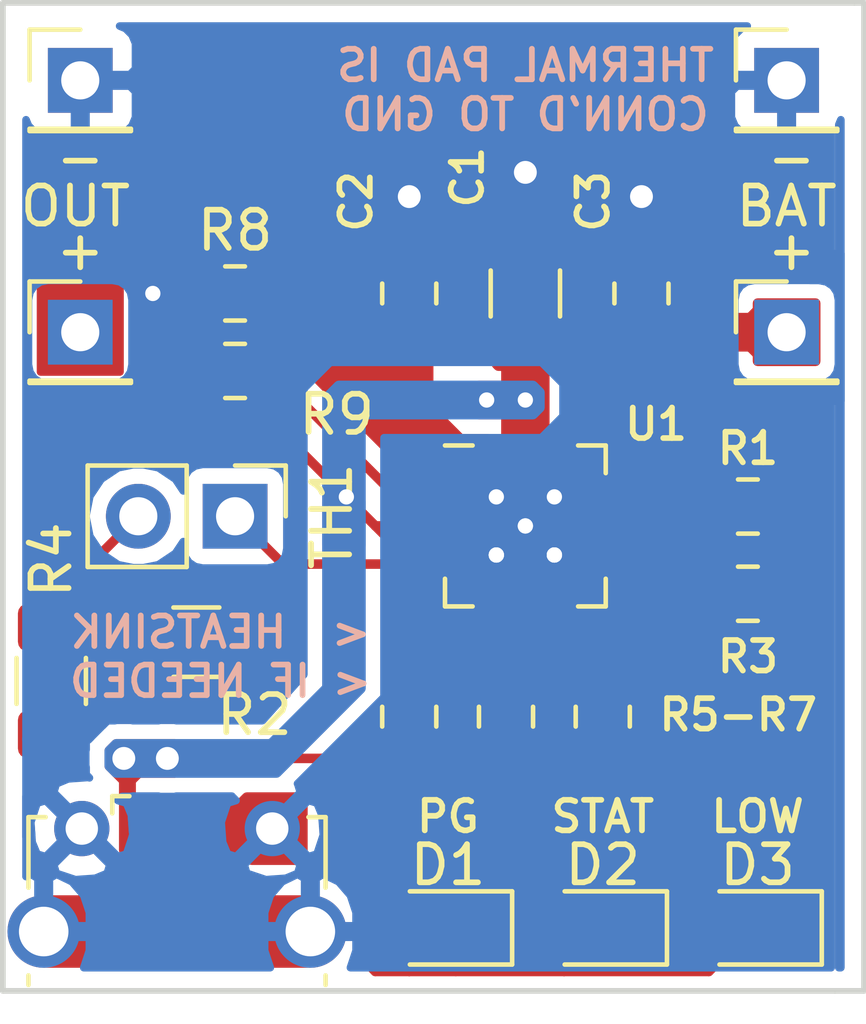
<source format=kicad_pcb>
(kicad_pcb (version 20171130) (host pcbnew "(5.0.0)")

  (general
    (thickness 1.6)
    (drawings 21)
    (tracks 104)
    (zones 0)
    (modules 22)
    (nets 19)
  )

  (page A4)
  (layers
    (0 F.Cu signal)
    (31 B.Cu signal)
    (32 B.Adhes user)
    (33 F.Adhes user hide)
    (34 B.Paste user)
    (35 F.Paste user)
    (36 B.SilkS user hide)
    (37 F.SilkS user)
    (38 B.Mask user)
    (39 F.Mask user hide)
    (40 Dwgs.User user)
    (41 Cmts.User user)
    (42 Eco1.User user)
    (43 Eco2.User user)
    (44 Edge.Cuts user)
    (45 Margin user hide)
    (46 B.CrtYd user)
    (47 F.CrtYd user)
    (48 B.Fab user hide)
    (49 F.Fab user hide)
  )

  (setup
    (last_trace_width 0.25)
    (user_trace_width 0.2)
    (user_trace_width 0.5)
    (user_trace_width 1)
    (trace_clearance 0.2)
    (zone_clearance 0)
    (zone_45_only no)
    (trace_min 0.2)
    (segment_width 0.2)
    (edge_width 0.15)
    (via_size 0.8)
    (via_drill 0.4)
    (via_min_size 0.4)
    (via_min_drill 0.3)
    (user_via 1 0.6)
    (uvia_size 0.3)
    (uvia_drill 0.1)
    (uvias_allowed no)
    (uvia_min_size 0.2)
    (uvia_min_drill 0.1)
    (pcb_text_width 0.3)
    (pcb_text_size 1.5 1.5)
    (mod_edge_width 0.15)
    (mod_text_size 1 1)
    (mod_text_width 0.15)
    (pad_size 1.9 1.9)
    (pad_drill 1.3)
    (pad_to_mask_clearance 0.2)
    (aux_axis_origin 0 0)
    (visible_elements FFFFFF7F)
    (pcbplotparams
      (layerselection 0x010fc_ffffffff)
      (usegerberextensions false)
      (usegerberattributes false)
      (usegerberadvancedattributes false)
      (creategerberjobfile false)
      (excludeedgelayer true)
      (linewidth 0.100000)
      (plotframeref false)
      (viasonmask false)
      (mode 1)
      (useauxorigin false)
      (hpglpennumber 1)
      (hpglpenspeed 20)
      (hpglpendiameter 15.000000)
      (psnegative false)
      (psa4output false)
      (plotreference true)
      (plotvalue true)
      (plotinvisibletext false)
      (padsonsilk false)
      (subtractmaskfromsilk false)
      (outputformat 1)
      (mirror false)
      (drillshape 1)
      (scaleselection 1)
      (outputdirectory ""))
  )

  (net 0 "")
  (net 1 +5V)
  (net 2 GND)
  (net 3 "Net-(C2-Pad1)")
  (net 4 "Net-(C3-Pad1)")
  (net 5 "Net-(J1-Pad2)")
  (net 6 "Net-(J1-Pad4)")
  (net 7 "Net-(J1-Pad3)")
  (net 8 "Net-(R1-Pad1)")
  (net 9 "Net-(R2-Pad1)")
  (net 10 "Net-(R2-Pad2)")
  (net 11 "Net-(R3-Pad1)")
  (net 12 "Net-(R5-Pad1)")
  (net 13 "Net-(R6-Pad1)")
  (net 14 "Net-(R7-Pad1)")
  (net 15 "Net-(R8-Pad2)")
  (net 16 "Net-(D1-Pad1)")
  (net 17 "Net-(D2-Pad1)")
  (net 18 "Net-(D3-Pad1)")

  (net_class Default "This is the default net class."
    (clearance 0.2)
    (trace_width 0.25)
    (via_dia 0.8)
    (via_drill 0.4)
    (uvia_dia 0.3)
    (uvia_drill 0.1)
    (add_net +5V)
    (add_net GND)
    (add_net "Net-(C2-Pad1)")
    (add_net "Net-(C3-Pad1)")
    (add_net "Net-(D1-Pad1)")
    (add_net "Net-(D2-Pad1)")
    (add_net "Net-(D3-Pad1)")
    (add_net "Net-(J1-Pad2)")
    (add_net "Net-(J1-Pad3)")
    (add_net "Net-(J1-Pad4)")
    (add_net "Net-(R1-Pad1)")
    (add_net "Net-(R2-Pad1)")
    (add_net "Net-(R2-Pad2)")
    (add_net "Net-(R3-Pad1)")
    (add_net "Net-(R5-Pad1)")
    (add_net "Net-(R6-Pad1)")
    (add_net "Net-(R7-Pad1)")
    (add_net "Net-(R8-Pad2)")
  )

  (module Resistor_SMD:R_0805_2012Metric (layer F.Cu) (tedit 5B36C52B) (tstamp 5BB4F95F)
    (at 168.148 100.584)
    (descr "Resistor SMD 0805 (2012 Metric), square (rectangular) end terminal, IPC_7351 nominal, (Body size source: https://docs.google.com/spreadsheets/d/1BsfQQcO9C6DZCsRaXUlFlo91Tg2WpOkGARC1WS5S8t0/edit?usp=sharing), generated with kicad-footprint-generator")
    (tags resistor)
    (path /5B8B2587)
    (attr smd)
    (fp_text reference R8 (at 0 -3.683) (layer F.SilkS)
      (effects (font (size 1 1) (thickness 0.15)))
    )
    (fp_text value 330K (at 0 1.65) (layer F.Fab)
      (effects (font (size 1 1) (thickness 0.15)))
    )
    (fp_line (start -1 0.6) (end -1 -0.6) (layer F.Fab) (width 0.1))
    (fp_line (start -1 -0.6) (end 1 -0.6) (layer F.Fab) (width 0.1))
    (fp_line (start 1 -0.6) (end 1 0.6) (layer F.Fab) (width 0.1))
    (fp_line (start 1 0.6) (end -1 0.6) (layer F.Fab) (width 0.1))
    (fp_line (start -0.258578 -0.71) (end 0.258578 -0.71) (layer F.SilkS) (width 0.12))
    (fp_line (start -0.258578 0.71) (end 0.258578 0.71) (layer F.SilkS) (width 0.12))
    (fp_line (start -1.68 0.95) (end -1.68 -0.95) (layer F.CrtYd) (width 0.05))
    (fp_line (start -1.68 -0.95) (end 1.68 -0.95) (layer F.CrtYd) (width 0.05))
    (fp_line (start 1.68 -0.95) (end 1.68 0.95) (layer F.CrtYd) (width 0.05))
    (fp_line (start 1.68 0.95) (end -1.68 0.95) (layer F.CrtYd) (width 0.05))
    (fp_text user %R (at 0 0) (layer F.Fab)
      (effects (font (size 0.5 0.5) (thickness 0.08)))
    )
    (pad 1 smd roundrect (at -0.9375 0) (size 0.975 1.4) (layers F.Cu F.Paste F.Mask) (roundrect_rratio 0.25)
      (net 1 +5V))
    (pad 2 smd roundrect (at 0.9375 0) (size 0.975 1.4) (layers F.Cu F.Paste F.Mask) (roundrect_rratio 0.25)
      (net 15 "Net-(R8-Pad2)"))
    (model ${KISYS3DMOD}/Resistor_SMD.3dshapes/R_0805_2012Metric.wrl
      (at (xyz 0 0 0))
      (scale (xyz 1 1 1))
      (rotate (xyz 0 0 0))
    )
  )

  (module Resistor_SMD:R_0805_2012Metric (layer F.Cu) (tedit 5B36C52B) (tstamp 5BB5006A)
    (at 168.148 98.552 180)
    (descr "Resistor SMD 0805 (2012 Metric), square (rectangular) end terminal, IPC_7351 nominal, (Body size source: https://docs.google.com/spreadsheets/d/1BsfQQcO9C6DZCsRaXUlFlo91Tg2WpOkGARC1WS5S8t0/edit?usp=sharing), generated with kicad-footprint-generator")
    (tags resistor)
    (path /5B8B25E1)
    (attr smd)
    (fp_text reference R9 (at -2.667 -3.175 180) (layer F.SilkS)
      (effects (font (size 1 1) (thickness 0.15)))
    )
    (fp_text value 110K (at 0 1.65 180) (layer F.Fab)
      (effects (font (size 1 1) (thickness 0.15)))
    )
    (fp_text user %R (at 0 0 180) (layer F.Fab)
      (effects (font (size 0.5 0.5) (thickness 0.08)))
    )
    (fp_line (start 1.68 0.95) (end -1.68 0.95) (layer F.CrtYd) (width 0.05))
    (fp_line (start 1.68 -0.95) (end 1.68 0.95) (layer F.CrtYd) (width 0.05))
    (fp_line (start -1.68 -0.95) (end 1.68 -0.95) (layer F.CrtYd) (width 0.05))
    (fp_line (start -1.68 0.95) (end -1.68 -0.95) (layer F.CrtYd) (width 0.05))
    (fp_line (start -0.258578 0.71) (end 0.258578 0.71) (layer F.SilkS) (width 0.12))
    (fp_line (start -0.258578 -0.71) (end 0.258578 -0.71) (layer F.SilkS) (width 0.12))
    (fp_line (start 1 0.6) (end -1 0.6) (layer F.Fab) (width 0.1))
    (fp_line (start 1 -0.6) (end 1 0.6) (layer F.Fab) (width 0.1))
    (fp_line (start -1 -0.6) (end 1 -0.6) (layer F.Fab) (width 0.1))
    (fp_line (start -1 0.6) (end -1 -0.6) (layer F.Fab) (width 0.1))
    (pad 2 smd roundrect (at 0.9375 0 180) (size 0.975 1.4) (layers F.Cu F.Paste F.Mask) (roundrect_rratio 0.25)
      (net 2 GND))
    (pad 1 smd roundrect (at -0.9375 0 180) (size 0.975 1.4) (layers F.Cu F.Paste F.Mask) (roundrect_rratio 0.25)
      (net 15 "Net-(R8-Pad2)"))
    (model ${KISYS3DMOD}/Resistor_SMD.3dshapes/R_0805_2012Metric.wrl
      (at (xyz 0 0 0))
      (scale (xyz 1 1 1))
      (rotate (xyz 0 0 0))
    )
  )

  (module Package_DFN_QFN:QFN-20-1EP_4x4mm_P0.5mm_EP2.5x2.5mm (layer F.Cu) (tedit 5B8B223B) (tstamp 5B9613A4)
    (at 175.768 104.648)
    (descr "QFN, 20 Pin (http://ww1.microchip.com/downloads/en/PackagingSpec/00000049BQ.pdf (Page 274)), generated with kicad-footprint-generator ipc_dfn_qfn_generator.py")
    (tags "QFN DFN_QFN")
    (path /5B87A919)
    (attr smd)
    (fp_text reference U1 (at 3.429 -2.667) (layer F.SilkS)
      (effects (font (size 0.8 0.8) (thickness 0.15)))
    )
    (fp_text value MCP73871 (at 0 3.3) (layer F.Fab)
      (effects (font (size 1 1) (thickness 0.15)))
    )
    (fp_line (start 1.385 -2.11) (end 2.11 -2.11) (layer F.SilkS) (width 0.12))
    (fp_line (start 2.11 -2.11) (end 2.11 -1.385) (layer F.SilkS) (width 0.12))
    (fp_line (start -1.385 2.11) (end -2.11 2.11) (layer F.SilkS) (width 0.12))
    (fp_line (start -2.11 2.11) (end -2.11 1.385) (layer F.SilkS) (width 0.12))
    (fp_line (start 1.385 2.11) (end 2.11 2.11) (layer F.SilkS) (width 0.12))
    (fp_line (start 2.11 2.11) (end 2.11 1.385) (layer F.SilkS) (width 0.12))
    (fp_line (start -1.385 -2.11) (end -2.11 -2.11) (layer F.SilkS) (width 0.12))
    (fp_line (start -1 -2) (end 2 -2) (layer F.Fab) (width 0.1))
    (fp_line (start 2 -2) (end 2 2) (layer F.Fab) (width 0.1))
    (fp_line (start 2 2) (end -2 2) (layer F.Fab) (width 0.1))
    (fp_line (start -2 2) (end -2 -1) (layer F.Fab) (width 0.1))
    (fp_line (start -2 -1) (end -1 -2) (layer F.Fab) (width 0.1))
    (fp_line (start -2.6 -2.6) (end -2.6 2.6) (layer F.CrtYd) (width 0.05))
    (fp_line (start -2.6 2.6) (end 2.6 2.6) (layer F.CrtYd) (width 0.05))
    (fp_line (start 2.6 2.6) (end 2.6 -2.6) (layer F.CrtYd) (width 0.05))
    (fp_line (start 2.6 -2.6) (end -2.6 -2.6) (layer F.CrtYd) (width 0.05))
    (fp_text user %R (at 0 0) (layer F.Fab)
      (effects (font (size 1 1) (thickness 0.15)))
    )
    (pad 21 smd roundrect (at 0 0) (size 2.5 2.5) (layers F.Cu F.Mask) (roundrect_rratio 0.1)
      (net 2 GND))
    (pad "" smd roundrect (at -0.625 -0.625) (size 1.01 1.01) (layers F.Paste) (roundrect_rratio 0.247525))
    (pad "" smd roundrect (at -0.625 0.625) (size 1.01 1.01) (layers F.Paste) (roundrect_rratio 0.247525))
    (pad "" smd roundrect (at 0.625 -0.625) (size 1.01 1.01) (layers F.Paste) (roundrect_rratio 0.247525))
    (pad "" smd roundrect (at 0.625 0.625) (size 1.01 1.01) (layers F.Paste) (roundrect_rratio 0.247525))
    (pad 1 smd roundrect (at -1.9375 -1) (size 0.825 0.25) (layers F.Cu F.Paste F.Mask) (roundrect_rratio 0.25)
      (net 3 "Net-(C2-Pad1)"))
    (pad 2 smd roundrect (at -1.9375 -0.5) (size 0.825 0.25) (layers F.Cu F.Paste F.Mask) (roundrect_rratio 0.25)
      (net 15 "Net-(R8-Pad2)"))
    (pad 3 smd roundrect (at -1.9375 0) (size 0.825 0.25) (layers F.Cu F.Paste F.Mask) (roundrect_rratio 0.25)
      (net 1 +5V))
    (pad 4 smd roundrect (at -1.9375 0.5) (size 0.825 0.25) (layers F.Cu F.Paste F.Mask) (roundrect_rratio 0.25)
      (net 1 +5V))
    (pad 5 smd roundrect (at -1.9375 1) (size 0.825 0.25) (layers F.Cu F.Paste F.Mask) (roundrect_rratio 0.25)
      (net 9 "Net-(R2-Pad1)"))
    (pad 6 smd roundrect (at -1 1.9375) (size 0.25 0.825) (layers F.Cu F.Paste F.Mask) (roundrect_rratio 0.25)
      (net 12 "Net-(R5-Pad1)"))
    (pad 7 smd roundrect (at -0.5 1.9375) (size 0.25 0.825) (layers F.Cu F.Paste F.Mask) (roundrect_rratio 0.25)
      (net 13 "Net-(R6-Pad1)"))
    (pad 8 smd roundrect (at 0 1.9375) (size 0.25 0.825) (layers F.Cu F.Paste F.Mask) (roundrect_rratio 0.25)
      (net 14 "Net-(R7-Pad1)"))
    (pad 9 smd roundrect (at 0.5 1.9375) (size 0.25 0.825) (layers F.Cu F.Paste F.Mask) (roundrect_rratio 0.25)
      (net 2 GND))
    (pad 10 smd roundrect (at 1 1.9375) (size 0.25 0.825) (layers F.Cu F.Paste F.Mask) (roundrect_rratio 0.25)
      (net 2 GND))
    (pad 11 smd roundrect (at 1.9375 1) (size 0.825 0.25) (layers F.Cu F.Paste F.Mask) (roundrect_rratio 0.25)
      (net 2 GND))
    (pad 12 smd roundrect (at 1.9375 0.5) (size 0.825 0.25) (layers F.Cu F.Paste F.Mask) (roundrect_rratio 0.25)
      (net 11 "Net-(R3-Pad1)"))
    (pad 13 smd roundrect (at 1.9375 0) (size 0.825 0.25) (layers F.Cu F.Paste F.Mask) (roundrect_rratio 0.25)
      (net 8 "Net-(R1-Pad1)"))
    (pad 14 smd roundrect (at 1.9375 -0.5) (size 0.825 0.25) (layers F.Cu F.Paste F.Mask) (roundrect_rratio 0.25)
      (net 4 "Net-(C3-Pad1)"))
    (pad 15 smd roundrect (at 1.9375 -1) (size 0.825 0.25) (layers F.Cu F.Paste F.Mask) (roundrect_rratio 0.25)
      (net 4 "Net-(C3-Pad1)"))
    (pad 16 smd roundrect (at 1 -1.9375) (size 0.25 0.825) (layers F.Cu F.Paste F.Mask) (roundrect_rratio 0.25)
      (net 4 "Net-(C3-Pad1)"))
    (pad 17 smd roundrect (at 0.5 -1.9375) (size 0.25 0.825) (layers F.Cu F.Paste F.Mask) (roundrect_rratio 0.25)
      (net 1 +5V))
    (pad 18 smd roundrect (at 0 -1.9375) (size 0.25 0.825) (layers F.Cu F.Paste F.Mask) (roundrect_rratio 0.25)
      (net 1 +5V))
    (pad 19 smd roundrect (at -0.5 -1.9375) (size 0.25 0.825) (layers F.Cu F.Paste F.Mask) (roundrect_rratio 0.25)
      (net 1 +5V))
    (pad 20 smd roundrect (at -1 -1.9375) (size 0.25 0.825) (layers F.Cu F.Paste F.Mask) (roundrect_rratio 0.25)
      (net 3 "Net-(C2-Pad1)"))
    (model ${KISYS3DMOD}/Package_DFN_QFN.3dshapes/QFN-20-1EP_4x4mm_P0.5mm_EP2.5x2.5mm.wrl
      (at (xyz 0 0 0))
      (scale (xyz 1 1 1))
      (rotate (xyz 0 0 0))
    )
  )

  (module Capacitor_SMD:C_0805_2012Metric (layer F.Cu) (tedit 5B8B23E5) (tstamp 5B961227)
    (at 172.72 98.552 90)
    (descr "Capacitor SMD 0805 (2012 Metric), square (rectangular) end terminal, IPC_7351 nominal, (Body size source: https://docs.google.com/spreadsheets/d/1BsfQQcO9C6DZCsRaXUlFlo91Tg2WpOkGARC1WS5S8t0/edit?usp=sharing), generated with kicad-footprint-generator")
    (tags capacitor)
    (path /5B88AD55)
    (attr smd)
    (fp_text reference C2 (at 2.413 -1.397 90) (layer F.SilkS)
      (effects (font (size 0.8 0.8) (thickness 0.15)))
    )
    (fp_text value 4.7uF (at 0 1.65 90) (layer F.Fab)
      (effects (font (size 1 1) (thickness 0.15)))
    )
    (fp_line (start -1 0.6) (end -1 -0.6) (layer F.Fab) (width 0.1))
    (fp_line (start -1 -0.6) (end 1 -0.6) (layer F.Fab) (width 0.1))
    (fp_line (start 1 -0.6) (end 1 0.6) (layer F.Fab) (width 0.1))
    (fp_line (start 1 0.6) (end -1 0.6) (layer F.Fab) (width 0.1))
    (fp_line (start -0.258578 -0.71) (end 0.258578 -0.71) (layer F.SilkS) (width 0.12))
    (fp_line (start -0.258578 0.71) (end 0.258578 0.71) (layer F.SilkS) (width 0.12))
    (fp_line (start -1.68 0.95) (end -1.68 -0.95) (layer F.CrtYd) (width 0.05))
    (fp_line (start -1.68 -0.95) (end 1.68 -0.95) (layer F.CrtYd) (width 0.05))
    (fp_line (start 1.68 -0.95) (end 1.68 0.95) (layer F.CrtYd) (width 0.05))
    (fp_line (start 1.68 0.95) (end -1.68 0.95) (layer F.CrtYd) (width 0.05))
    (fp_text user %R (at 0 0 90) (layer F.Fab)
      (effects (font (size 0.5 0.5) (thickness 0.08)))
    )
    (pad 1 smd roundrect (at -0.9375 0 90) (size 0.975 1.4) (layers F.Cu F.Paste F.Mask) (roundrect_rratio 0.25)
      (net 3 "Net-(C2-Pad1)"))
    (pad 2 smd roundrect (at 0.9375 0 90) (size 0.975 1.4) (layers F.Cu F.Paste F.Mask) (roundrect_rratio 0.25)
      (net 2 GND))
    (model ${KISYS3DMOD}/Capacitor_SMD.3dshapes/C_0805_2012Metric.wrl
      (at (xyz 0 0 0))
      (scale (xyz 1 1 1))
      (rotate (xyz 0 0 0))
    )
  )

  (module Capacitor_SMD:C_0805_2012Metric (layer F.Cu) (tedit 5B8B224C) (tstamp 5B961238)
    (at 178.816 98.552 90)
    (descr "Capacitor SMD 0805 (2012 Metric), square (rectangular) end terminal, IPC_7351 nominal, (Body size source: https://docs.google.com/spreadsheets/d/1BsfQQcO9C6DZCsRaXUlFlo91Tg2WpOkGARC1WS5S8t0/edit?usp=sharing), generated with kicad-footprint-generator")
    (tags capacitor)
    (path /5B88AB7D)
    (attr smd)
    (fp_text reference C3 (at 2.413 -1.27 90) (layer F.SilkS)
      (effects (font (size 0.8 0.8) (thickness 0.15)))
    )
    (fp_text value 4.7uF (at 0 1.65 90) (layer F.Fab)
      (effects (font (size 1 1) (thickness 0.15)))
    )
    (fp_text user %R (at 0 0 90) (layer F.Fab)
      (effects (font (size 0.5 0.5) (thickness 0.08)))
    )
    (fp_line (start 1.68 0.95) (end -1.68 0.95) (layer F.CrtYd) (width 0.05))
    (fp_line (start 1.68 -0.95) (end 1.68 0.95) (layer F.CrtYd) (width 0.05))
    (fp_line (start -1.68 -0.95) (end 1.68 -0.95) (layer F.CrtYd) (width 0.05))
    (fp_line (start -1.68 0.95) (end -1.68 -0.95) (layer F.CrtYd) (width 0.05))
    (fp_line (start -0.258578 0.71) (end 0.258578 0.71) (layer F.SilkS) (width 0.12))
    (fp_line (start -0.258578 -0.71) (end 0.258578 -0.71) (layer F.SilkS) (width 0.12))
    (fp_line (start 1 0.6) (end -1 0.6) (layer F.Fab) (width 0.1))
    (fp_line (start 1 -0.6) (end 1 0.6) (layer F.Fab) (width 0.1))
    (fp_line (start -1 -0.6) (end 1 -0.6) (layer F.Fab) (width 0.1))
    (fp_line (start -1 0.6) (end -1 -0.6) (layer F.Fab) (width 0.1))
    (pad 2 smd roundrect (at 0.9375 0 90) (size 0.975 1.4) (layers F.Cu F.Paste F.Mask) (roundrect_rratio 0.25)
      (net 2 GND))
    (pad 1 smd roundrect (at -0.9375 0 90) (size 0.975 1.4) (layers F.Cu F.Paste F.Mask) (roundrect_rratio 0.25)
      (net 4 "Net-(C3-Pad1)"))
    (model ${KISYS3DMOD}/Capacitor_SMD.3dshapes/C_0805_2012Metric.wrl
      (at (xyz 0 0 0))
      (scale (xyz 1 1 1))
      (rotate (xyz 0 0 0))
    )
  )

  (module LED_SMD:LED_0805_2012Metric (layer F.Cu) (tedit 5B8B1319) (tstamp 5B96124B)
    (at 177.8 115.189 180)
    (descr "LED SMD 0805 (2012 Metric), square (rectangular) end terminal, IPC_7351 nominal, (Body size source: https://docs.google.com/spreadsheets/d/1BsfQQcO9C6DZCsRaXUlFlo91Tg2WpOkGARC1WS5S8t0/edit?usp=sharing), generated with kicad-footprint-generator")
    (tags diode)
    (path /5B88DD48)
    (attr smd)
    (fp_text reference D2 (at 0 1.651 180) (layer F.SilkS)
      (effects (font (size 1 1) (thickness 0.15)))
    )
    (fp_text value STAT (at 0 1.65 180) (layer F.Fab)
      (effects (font (size 1 1) (thickness 0.15)))
    )
    (fp_line (start 1 -0.6) (end -0.7 -0.6) (layer F.Fab) (width 0.1))
    (fp_line (start -0.7 -0.6) (end -1 -0.3) (layer F.Fab) (width 0.1))
    (fp_line (start -1 -0.3) (end -1 0.6) (layer F.Fab) (width 0.1))
    (fp_line (start -1 0.6) (end 1 0.6) (layer F.Fab) (width 0.1))
    (fp_line (start 1 0.6) (end 1 -0.6) (layer F.Fab) (width 0.1))
    (fp_line (start 1 -0.96) (end -1.685 -0.96) (layer F.SilkS) (width 0.12))
    (fp_line (start -1.685 -0.96) (end -1.685 0.96) (layer F.SilkS) (width 0.12))
    (fp_line (start -1.685 0.96) (end 1 0.96) (layer F.SilkS) (width 0.12))
    (fp_line (start -1.68 0.95) (end -1.68 -0.95) (layer F.CrtYd) (width 0.05))
    (fp_line (start -1.68 -0.95) (end 1.68 -0.95) (layer F.CrtYd) (width 0.05))
    (fp_line (start 1.68 -0.95) (end 1.68 0.95) (layer F.CrtYd) (width 0.05))
    (fp_line (start 1.68 0.95) (end -1.68 0.95) (layer F.CrtYd) (width 0.05))
    (fp_text user %R (at 0 0 180) (layer F.Fab)
      (effects (font (size 0.5 0.5) (thickness 0.08)))
    )
    (pad 1 smd roundrect (at -0.9375 0 180) (size 0.975 1.4) (layers F.Cu F.Paste F.Mask) (roundrect_rratio 0.25)
      (net 17 "Net-(D2-Pad1)"))
    (pad 2 smd roundrect (at 0.9375 0 180) (size 0.975 1.4) (layers F.Cu F.Paste F.Mask) (roundrect_rratio 0.25)
      (net 1 +5V))
    (model ${KISYS3DMOD}/LED_SMD.3dshapes/LED_0805_2012Metric.wrl
      (at (xyz 0 0 0))
      (scale (xyz 1 1 1))
      (rotate (xyz 0 0 0))
    )
  )

  (module LED_SMD:LED_0805_2012Metric (layer F.Cu) (tedit 5B8B1321) (tstamp 5B9AEB31)
    (at 181.864 115.189 180)
    (descr "LED SMD 0805 (2012 Metric), square (rectangular) end terminal, IPC_7351 nominal, (Body size source: https://docs.google.com/spreadsheets/d/1BsfQQcO9C6DZCsRaXUlFlo91Tg2WpOkGARC1WS5S8t0/edit?usp=sharing), generated with kicad-footprint-generator")
    (tags diode)
    (path /5B88DD1C)
    (attr smd)
    (fp_text reference D3 (at 0 1.651 180) (layer F.SilkS)
      (effects (font (size 1 1) (thickness 0.15)))
    )
    (fp_text value LOW (at 0 1.65 180) (layer F.Fab)
      (effects (font (size 1 1) (thickness 0.15)))
    )
    (fp_text user %R (at 0 0 180) (layer F.Fab)
      (effects (font (size 0.5 0.5) (thickness 0.08)))
    )
    (fp_line (start 1.68 0.95) (end -1.68 0.95) (layer F.CrtYd) (width 0.05))
    (fp_line (start 1.68 -0.95) (end 1.68 0.95) (layer F.CrtYd) (width 0.05))
    (fp_line (start -1.68 -0.95) (end 1.68 -0.95) (layer F.CrtYd) (width 0.05))
    (fp_line (start -1.68 0.95) (end -1.68 -0.95) (layer F.CrtYd) (width 0.05))
    (fp_line (start -1.685 0.96) (end 1 0.96) (layer F.SilkS) (width 0.12))
    (fp_line (start -1.685 -0.96) (end -1.685 0.96) (layer F.SilkS) (width 0.12))
    (fp_line (start 1 -0.96) (end -1.685 -0.96) (layer F.SilkS) (width 0.12))
    (fp_line (start 1 0.6) (end 1 -0.6) (layer F.Fab) (width 0.1))
    (fp_line (start -1 0.6) (end 1 0.6) (layer F.Fab) (width 0.1))
    (fp_line (start -1 -0.3) (end -1 0.6) (layer F.Fab) (width 0.1))
    (fp_line (start -0.7 -0.6) (end -1 -0.3) (layer F.Fab) (width 0.1))
    (fp_line (start 1 -0.6) (end -0.7 -0.6) (layer F.Fab) (width 0.1))
    (pad 2 smd roundrect (at 0.9375 0 180) (size 0.975 1.4) (layers F.Cu F.Paste F.Mask) (roundrect_rratio 0.25)
      (net 1 +5V))
    (pad 1 smd roundrect (at -0.9375 0 180) (size 0.975 1.4) (layers F.Cu F.Paste F.Mask) (roundrect_rratio 0.25)
      (net 18 "Net-(D3-Pad1)"))
    (model ${KISYS3DMOD}/LED_SMD.3dshapes/LED_0805_2012Metric.wrl
      (at (xyz 0 0 0))
      (scale (xyz 1 1 1))
      (rotate (xyz 0 0 0))
    )
  )

  (module LED_SMD:LED_0805_2012Metric (layer F.Cu) (tedit 5B8B1313) (tstamp 5B961271)
    (at 173.736 115.189 180)
    (descr "LED SMD 0805 (2012 Metric), square (rectangular) end terminal, IPC_7351 nominal, (Body size source: https://docs.google.com/spreadsheets/d/1BsfQQcO9C6DZCsRaXUlFlo91Tg2WpOkGARC1WS5S8t0/edit?usp=sharing), generated with kicad-footprint-generator")
    (tags diode)
    (path /5B88DC8B)
    (attr smd)
    (fp_text reference D1 (at 0 1.651 180) (layer F.SilkS)
      (effects (font (size 1 1) (thickness 0.15)))
    )
    (fp_text value PG (at 0 1.65 180) (layer F.Fab)
      (effects (font (size 1 1) (thickness 0.15)))
    )
    (fp_line (start 1 -0.6) (end -0.7 -0.6) (layer F.Fab) (width 0.1))
    (fp_line (start -0.7 -0.6) (end -1 -0.3) (layer F.Fab) (width 0.1))
    (fp_line (start -1 -0.3) (end -1 0.6) (layer F.Fab) (width 0.1))
    (fp_line (start -1 0.6) (end 1 0.6) (layer F.Fab) (width 0.1))
    (fp_line (start 1 0.6) (end 1 -0.6) (layer F.Fab) (width 0.1))
    (fp_line (start 1 -0.96) (end -1.685 -0.96) (layer F.SilkS) (width 0.12))
    (fp_line (start -1.685 -0.96) (end -1.685 0.96) (layer F.SilkS) (width 0.12))
    (fp_line (start -1.685 0.96) (end 1 0.96) (layer F.SilkS) (width 0.12))
    (fp_line (start -1.68 0.95) (end -1.68 -0.95) (layer F.CrtYd) (width 0.05))
    (fp_line (start -1.68 -0.95) (end 1.68 -0.95) (layer F.CrtYd) (width 0.05))
    (fp_line (start 1.68 -0.95) (end 1.68 0.95) (layer F.CrtYd) (width 0.05))
    (fp_line (start 1.68 0.95) (end -1.68 0.95) (layer F.CrtYd) (width 0.05))
    (fp_text user %R (at 0 0 180) (layer F.Fab)
      (effects (font (size 0.5 0.5) (thickness 0.08)))
    )
    (pad 1 smd roundrect (at -0.9375 0 180) (size 0.975 1.4) (layers F.Cu F.Paste F.Mask) (roundrect_rratio 0.25)
      (net 16 "Net-(D1-Pad1)"))
    (pad 2 smd roundrect (at 0.9375 0 180) (size 0.975 1.4) (layers F.Cu F.Paste F.Mask) (roundrect_rratio 0.25)
      (net 1 +5V))
    (model ${KISYS3DMOD}/LED_SMD.3dshapes/LED_0805_2012Metric.wrl
      (at (xyz 0 0 0))
      (scale (xyz 1 1 1))
      (rotate (xyz 0 0 0))
    )
  )

  (module Connector_USB:USB_Micro-B_Molex-105017-0001 (layer F.Cu) (tedit 5B8B2775) (tstamp 5B96129A)
    (at 166.624 114.046)
    (descr http://www.molex.com/pdm_docs/sd/1050170001_sd.pdf)
    (tags "Micro-USB SMD Typ-B")
    (path /5B88A8A1)
    (attr smd)
    (fp_text reference J1 (at 0 -3.1125) (layer F.SilkS) hide
      (effects (font (size 1 1) (thickness 0.15)))
    )
    (fp_text value MicroB (at 0.3 4.3375) (layer F.Fab)
      (effects (font (size 1 1) (thickness 0.15)))
    )
    (fp_text user "PCB Edge" (at 0 2.6875) (layer Dwgs.User)
      (effects (font (size 0.5 0.5) (thickness 0.08)))
    )
    (fp_text user %R (at 0 0.8875) (layer F.Fab)
      (effects (font (size 1 1) (thickness 0.15)))
    )
    (fp_line (start -4.4 3.64) (end 4.4 3.64) (layer F.CrtYd) (width 0.05))
    (fp_line (start 4.4 -2.46) (end 4.4 3.64) (layer F.CrtYd) (width 0.05))
    (fp_line (start -4.4 -2.46) (end 4.4 -2.46) (layer F.CrtYd) (width 0.05))
    (fp_line (start -4.4 3.64) (end -4.4 -2.46) (layer F.CrtYd) (width 0.05))
    (fp_line (start -3.9 -1.7625) (end -3.45 -1.7625) (layer F.SilkS) (width 0.12))
    (fp_line (start -3.9 0.0875) (end -3.9 -1.7625) (layer F.SilkS) (width 0.12))
    (fp_line (start 3.9 2.6375) (end 3.9 2.3875) (layer F.SilkS) (width 0.12))
    (fp_line (start 3.75 3.3875) (end 3.75 -1.6125) (layer F.Fab) (width 0.1))
    (fp_line (start -3 2.689204) (end 3 2.689204) (layer F.Fab) (width 0.1))
    (fp_line (start -3.75 3.389204) (end 3.75 3.389204) (layer F.Fab) (width 0.1))
    (fp_line (start -3.75 -1.6125) (end 3.75 -1.6125) (layer F.Fab) (width 0.1))
    (fp_line (start -3.75 3.3875) (end -3.75 -1.6125) (layer F.Fab) (width 0.1))
    (fp_line (start -3.9 2.6375) (end -3.9 2.3875) (layer F.SilkS) (width 0.12))
    (fp_line (start 3.9 0.0875) (end 3.9 -1.7625) (layer F.SilkS) (width 0.12))
    (fp_line (start 3.9 -1.7625) (end 3.45 -1.7625) (layer F.SilkS) (width 0.12))
    (fp_line (start -1.7 -2.3125) (end -1.25 -2.3125) (layer F.SilkS) (width 0.12))
    (fp_line (start -1.7 -2.3125) (end -1.7 -1.8625) (layer F.SilkS) (width 0.12))
    (fp_line (start -1.3 -1.7125) (end -1.5 -1.9125) (layer F.Fab) (width 0.1))
    (fp_line (start -1.1 -1.9125) (end -1.3 -1.7125) (layer F.Fab) (width 0.1))
    (fp_line (start -1.5 -2.1225) (end -1.1 -2.1225) (layer F.Fab) (width 0.1))
    (fp_line (start -1.5 -2.1225) (end -1.5 -1.9125) (layer F.Fab) (width 0.1))
    (fp_line (start -1.1 -2.1225) (end -1.1 -1.9125) (layer F.Fab) (width 0.1))
    (pad 6 smd rect (at 1 1.2375) (size 1.5 1.9) (layers F.Cu F.Paste F.Mask)
      (net 2 GND))
    (pad 6 thru_hole circle (at -2.5 -1.4625) (size 1.45 1.45) (drill 0.85) (layers *.Cu *.Mask)
      (net 2 GND))
    (pad 2 smd rect (at -0.65 -1.4625) (size 0.4 1.35) (layers F.Cu F.Paste F.Mask)
      (net 5 "Net-(J1-Pad2)"))
    (pad 1 smd rect (at -1.3 -1.4625) (size 0.4 1.35) (layers F.Cu F.Paste F.Mask)
      (net 1 +5V))
    (pad 5 smd rect (at 1.3 -1.4625) (size 0.4 1.35) (layers F.Cu F.Paste F.Mask)
      (net 2 GND))
    (pad 4 smd rect (at 0.65 -1.4625) (size 0.4 1.35) (layers F.Cu F.Paste F.Mask)
      (net 6 "Net-(J1-Pad4)"))
    (pad 3 smd rect (at 0 -1.4625) (size 0.4 1.35) (layers F.Cu F.Paste F.Mask)
      (net 7 "Net-(J1-Pad3)"))
    (pad 6 thru_hole circle (at 2.5 -1.4625) (size 1.45 1.45) (drill 0.85) (layers *.Cu *.Mask)
      (net 2 GND))
    (pad 6 smd rect (at -1 1.2375) (size 1.5 1.9) (layers F.Cu F.Paste F.Mask)
      (net 2 GND))
    (pad 6 thru_hole circle (at -3.5 1.2375 180) (size 1.9 1.9) (drill 1.3) (layers *.Cu *.Mask)
      (net 2 GND))
    (pad 6 thru_hole circle (at 3.5 1.2375) (size 1.9 1.9) (drill 1.3) (layers *.Cu *.Mask)
      (net 2 GND))
    (pad 6 smd rect (at 2.9 1.2375) (size 1.2 1.9) (layers F.Cu F.Mask)
      (net 2 GND))
    (pad 6 smd rect (at -2.9 1.2375) (size 1.2 1.9) (layers F.Cu F.Mask)
      (net 2 GND))
    (model ${KISYS3DMOD}/Connector_USB.3dshapes/USB_Micro-B_Molex-105017-0001.wrl
      (at (xyz 0 0 0))
      (scale (xyz 1 1 1))
      (rotate (xyz 0 0 0))
    )
    (model ${KISYS3DMOD}/Connector_USB.3dshapes/USB_Micro-B_Molex_47346-0001.step
      (at (xyz 0 0 0))
      (scale (xyz 1 1 1))
      (rotate (xyz 0 0 0))
    )
  )

  (module Connector_PinHeader_2.54mm:PinHeader_1x01_P2.54mm_Vertical (layer F.Cu) (tedit 5B8B137E) (tstamp 5B9612AF)
    (at 164.084 99.568)
    (descr "Through hole straight pin header, 1x01, 2.54mm pitch, single row")
    (tags "Through hole pin header THT 1x01 2.54mm single row")
    (path /5B88AE96)
    (fp_text reference J2 (at 0 -2.33) (layer F.SilkS) hide
      (effects (font (size 1 1) (thickness 0.15)))
    )
    (fp_text value OUT+ (at 0 2.33) (layer F.Fab)
      (effects (font (size 1 1) (thickness 0.15)))
    )
    (fp_line (start -0.635 -1.27) (end 1.27 -1.27) (layer F.Fab) (width 0.1))
    (fp_line (start 1.27 -1.27) (end 1.27 1.27) (layer F.Fab) (width 0.1))
    (fp_line (start 1.27 1.27) (end -1.27 1.27) (layer F.Fab) (width 0.1))
    (fp_line (start -1.27 1.27) (end -1.27 -0.635) (layer F.Fab) (width 0.1))
    (fp_line (start -1.27 -0.635) (end -0.635 -1.27) (layer F.Fab) (width 0.1))
    (fp_line (start -1.33 1.33) (end 1.33 1.33) (layer F.SilkS) (width 0.12))
    (fp_line (start -1.33 1.27) (end -1.33 1.33) (layer F.SilkS) (width 0.12))
    (fp_line (start 1.33 1.27) (end 1.33 1.33) (layer F.SilkS) (width 0.12))
    (fp_line (start -1.33 1.27) (end 1.33 1.27) (layer F.SilkS) (width 0.12))
    (fp_line (start -1.33 0) (end -1.33 -1.33) (layer F.SilkS) (width 0.12))
    (fp_line (start -1.33 -1.33) (end 0 -1.33) (layer F.SilkS) (width 0.12))
    (fp_line (start -1.8 -1.8) (end -1.8 1.8) (layer F.CrtYd) (width 0.05))
    (fp_line (start -1.8 1.8) (end 1.8 1.8) (layer F.CrtYd) (width 0.05))
    (fp_line (start 1.8 1.8) (end 1.8 -1.8) (layer F.CrtYd) (width 0.05))
    (fp_line (start 1.8 -1.8) (end -1.8 -1.8) (layer F.CrtYd) (width 0.05))
    (fp_text user %R (at 0 0 90) (layer F.Fab)
      (effects (font (size 1 1) (thickness 0.15)))
    )
    (pad 1 thru_hole rect (at 0 0) (size 1.7 1.7) (drill 1) (layers *.Cu *.Mask)
      (net 3 "Net-(C2-Pad1)"))
  )

  (module Connector_PinHeader_2.54mm:PinHeader_1x01_P2.54mm_Vertical (layer F.Cu) (tedit 5B8B137B) (tstamp 5B9612D9)
    (at 164.084 92.964)
    (descr "Through hole straight pin header, 1x01, 2.54mm pitch, single row")
    (tags "Through hole pin header THT 1x01 2.54mm single row")
    (path /5B88B2A9)
    (fp_text reference J4 (at 0 -2.33) (layer F.SilkS) hide
      (effects (font (size 1 1) (thickness 0.15)))
    )
    (fp_text value OUT- (at 0 2.33) (layer F.Fab)
      (effects (font (size 1 1) (thickness 0.15)))
    )
    (fp_text user %R (at 0 0 90) (layer F.Fab)
      (effects (font (size 1 1) (thickness 0.15)))
    )
    (fp_line (start 1.8 -1.8) (end -1.8 -1.8) (layer F.CrtYd) (width 0.05))
    (fp_line (start 1.8 1.8) (end 1.8 -1.8) (layer F.CrtYd) (width 0.05))
    (fp_line (start -1.8 1.8) (end 1.8 1.8) (layer F.CrtYd) (width 0.05))
    (fp_line (start -1.8 -1.8) (end -1.8 1.8) (layer F.CrtYd) (width 0.05))
    (fp_line (start -1.33 -1.33) (end 0 -1.33) (layer F.SilkS) (width 0.12))
    (fp_line (start -1.33 0) (end -1.33 -1.33) (layer F.SilkS) (width 0.12))
    (fp_line (start -1.33 1.27) (end 1.33 1.27) (layer F.SilkS) (width 0.12))
    (fp_line (start 1.33 1.27) (end 1.33 1.33) (layer F.SilkS) (width 0.12))
    (fp_line (start -1.33 1.27) (end -1.33 1.33) (layer F.SilkS) (width 0.12))
    (fp_line (start -1.33 1.33) (end 1.33 1.33) (layer F.SilkS) (width 0.12))
    (fp_line (start -1.27 -0.635) (end -0.635 -1.27) (layer F.Fab) (width 0.1))
    (fp_line (start -1.27 1.27) (end -1.27 -0.635) (layer F.Fab) (width 0.1))
    (fp_line (start 1.27 1.27) (end -1.27 1.27) (layer F.Fab) (width 0.1))
    (fp_line (start 1.27 -1.27) (end 1.27 1.27) (layer F.Fab) (width 0.1))
    (fp_line (start -0.635 -1.27) (end 1.27 -1.27) (layer F.Fab) (width 0.1))
    (pad 1 thru_hole rect (at 0 0) (size 1.7 1.7) (drill 1) (layers *.Cu *.Mask)
      (net 2 GND))
  )

  (module Connector_PinHeader_2.54mm:PinHeader_1x01_P2.54mm_Vertical (layer F.Cu) (tedit 5B8B1372) (tstamp 5B9612EE)
    (at 182.626 92.964)
    (descr "Through hole straight pin header, 1x01, 2.54mm pitch, single row")
    (tags "Through hole pin header THT 1x01 2.54mm single row")
    (path /5B88B2EF)
    (fp_text reference J5 (at 0 -2.33) (layer F.SilkS) hide
      (effects (font (size 1 1) (thickness 0.15)))
    )
    (fp_text value BAT- (at 0 2.33) (layer F.Fab)
      (effects (font (size 1 1) (thickness 0.15)))
    )
    (fp_line (start -0.635 -1.27) (end 1.27 -1.27) (layer F.Fab) (width 0.1))
    (fp_line (start 1.27 -1.27) (end 1.27 1.27) (layer F.Fab) (width 0.1))
    (fp_line (start 1.27 1.27) (end -1.27 1.27) (layer F.Fab) (width 0.1))
    (fp_line (start -1.27 1.27) (end -1.27 -0.635) (layer F.Fab) (width 0.1))
    (fp_line (start -1.27 -0.635) (end -0.635 -1.27) (layer F.Fab) (width 0.1))
    (fp_line (start -1.33 1.33) (end 1.33 1.33) (layer F.SilkS) (width 0.12))
    (fp_line (start -1.33 1.27) (end -1.33 1.33) (layer F.SilkS) (width 0.12))
    (fp_line (start 1.33 1.27) (end 1.33 1.33) (layer F.SilkS) (width 0.12))
    (fp_line (start -1.33 1.27) (end 1.33 1.27) (layer F.SilkS) (width 0.12))
    (fp_line (start -1.33 0) (end -1.33 -1.33) (layer F.SilkS) (width 0.12))
    (fp_line (start -1.33 -1.33) (end 0 -1.33) (layer F.SilkS) (width 0.12))
    (fp_line (start -1.8 -1.8) (end -1.8 1.8) (layer F.CrtYd) (width 0.05))
    (fp_line (start -1.8 1.8) (end 1.8 1.8) (layer F.CrtYd) (width 0.05))
    (fp_line (start 1.8 1.8) (end 1.8 -1.8) (layer F.CrtYd) (width 0.05))
    (fp_line (start 1.8 -1.8) (end -1.8 -1.8) (layer F.CrtYd) (width 0.05))
    (fp_text user %R (at 0 0 90) (layer F.Fab)
      (effects (font (size 1 1) (thickness 0.15)))
    )
    (pad 1 thru_hole rect (at 0 0) (size 1.7 1.7) (drill 1) (layers *.Cu *.Mask)
      (net 2 GND))
  )

  (module Resistor_SMD:R_0805_2012Metric (layer F.Cu) (tedit 5B8B1356) (tstamp 5B9612FF)
    (at 181.61 104.14)
    (descr "Resistor SMD 0805 (2012 Metric), square (rectangular) end terminal, IPC_7351 nominal, (Body size source: https://docs.google.com/spreadsheets/d/1BsfQQcO9C6DZCsRaXUlFlo91Tg2WpOkGARC1WS5S8t0/edit?usp=sharing), generated with kicad-footprint-generator")
    (tags resistor)
    (path /5B88C039)
    (attr smd)
    (fp_text reference R1 (at 0 -1.524) (layer F.SilkS)
      (effects (font (size 0.8 0.8) (thickness 0.15)))
    )
    (fp_text value 1K (at 0 1.65) (layer F.Fab)
      (effects (font (size 1 1) (thickness 0.15)))
    )
    (fp_text user %R (at 0 0) (layer F.Fab)
      (effects (font (size 0.5 0.5) (thickness 0.08)))
    )
    (fp_line (start 1.68 0.95) (end -1.68 0.95) (layer F.CrtYd) (width 0.05))
    (fp_line (start 1.68 -0.95) (end 1.68 0.95) (layer F.CrtYd) (width 0.05))
    (fp_line (start -1.68 -0.95) (end 1.68 -0.95) (layer F.CrtYd) (width 0.05))
    (fp_line (start -1.68 0.95) (end -1.68 -0.95) (layer F.CrtYd) (width 0.05))
    (fp_line (start -0.258578 0.71) (end 0.258578 0.71) (layer F.SilkS) (width 0.12))
    (fp_line (start -0.258578 -0.71) (end 0.258578 -0.71) (layer F.SilkS) (width 0.12))
    (fp_line (start 1 0.6) (end -1 0.6) (layer F.Fab) (width 0.1))
    (fp_line (start 1 -0.6) (end 1 0.6) (layer F.Fab) (width 0.1))
    (fp_line (start -1 -0.6) (end 1 -0.6) (layer F.Fab) (width 0.1))
    (fp_line (start -1 0.6) (end -1 -0.6) (layer F.Fab) (width 0.1))
    (pad 2 smd roundrect (at 0.9375 0) (size 0.975 1.4) (layers F.Cu F.Paste F.Mask) (roundrect_rratio 0.25)
      (net 2 GND))
    (pad 1 smd roundrect (at -0.9375 0) (size 0.975 1.4) (layers F.Cu F.Paste F.Mask) (roundrect_rratio 0.25)
      (net 8 "Net-(R1-Pad1)"))
    (model ${KISYS3DMOD}/Resistor_SMD.3dshapes/R_0805_2012Metric.wrl
      (at (xyz 0 0 0))
      (scale (xyz 1 1 1))
      (rotate (xyz 0 0 0))
    )
  )

  (module Resistor_SMD:R_1206_3216Metric (layer F.Cu) (tedit 5B301BBD) (tstamp 5BB506BD)
    (at 167.132 107.696 180)
    (descr "Resistor SMD 1206 (3216 Metric), square (rectangular) end terminal, IPC_7351 nominal, (Body size source: http://www.tortai-tech.com/upload/download/2011102023233369053.pdf), generated with kicad-footprint-generator")
    (tags resistor)
    (path /5B89C8C8)
    (attr smd)
    (fp_text reference R2 (at -1.524 -1.905 180) (layer F.SilkS)
      (effects (font (size 1 1) (thickness 0.15)))
    )
    (fp_text value 69.8K (at 0 1.82 180) (layer F.Fab)
      (effects (font (size 1 1) (thickness 0.15)))
    )
    (fp_line (start -1.6 0.8) (end -1.6 -0.8) (layer F.Fab) (width 0.1))
    (fp_line (start -1.6 -0.8) (end 1.6 -0.8) (layer F.Fab) (width 0.1))
    (fp_line (start 1.6 -0.8) (end 1.6 0.8) (layer F.Fab) (width 0.1))
    (fp_line (start 1.6 0.8) (end -1.6 0.8) (layer F.Fab) (width 0.1))
    (fp_line (start -0.602064 -0.91) (end 0.602064 -0.91) (layer F.SilkS) (width 0.12))
    (fp_line (start -0.602064 0.91) (end 0.602064 0.91) (layer F.SilkS) (width 0.12))
    (fp_line (start -2.28 1.12) (end -2.28 -1.12) (layer F.CrtYd) (width 0.05))
    (fp_line (start -2.28 -1.12) (end 2.28 -1.12) (layer F.CrtYd) (width 0.05))
    (fp_line (start 2.28 -1.12) (end 2.28 1.12) (layer F.CrtYd) (width 0.05))
    (fp_line (start 2.28 1.12) (end -2.28 1.12) (layer F.CrtYd) (width 0.05))
    (fp_text user %R (at 0 0 180) (layer F.Fab)
      (effects (font (size 0.8 0.8) (thickness 0.12)))
    )
    (pad 1 smd roundrect (at -1.4 0 180) (size 1.25 1.75) (layers F.Cu F.Paste F.Mask) (roundrect_rratio 0.2)
      (net 9 "Net-(R2-Pad1)"))
    (pad 2 smd roundrect (at 1.4 0 180) (size 1.25 1.75) (layers F.Cu F.Paste F.Mask) (roundrect_rratio 0.2)
      (net 10 "Net-(R2-Pad2)"))
    (model ${KISYS3DMOD}/Resistor_SMD.3dshapes/R_1206_3216Metric.wrl
      (at (xyz 0 0 0))
      (scale (xyz 1 1 1))
      (rotate (xyz 0 0 0))
    )
  )

  (module Resistor_SMD:R_0805_2012Metric (layer F.Cu) (tedit 5B8B1347) (tstamp 5B961321)
    (at 181.61 106.426)
    (descr "Resistor SMD 0805 (2012 Metric), square (rectangular) end terminal, IPC_7351 nominal, (Body size source: https://docs.google.com/spreadsheets/d/1BsfQQcO9C6DZCsRaXUlFlo91Tg2WpOkGARC1WS5S8t0/edit?usp=sharing), generated with kicad-footprint-generator")
    (tags resistor)
    (path /5B88C500)
    (attr smd)
    (fp_text reference R3 (at 0 1.651) (layer F.SilkS)
      (effects (font (size 0.8 0.8) (thickness 0.15)))
    )
    (fp_text value 33K (at 0 1.65) (layer F.Fab)
      (effects (font (size 1 1) (thickness 0.15)))
    )
    (fp_line (start -1 0.6) (end -1 -0.6) (layer F.Fab) (width 0.1))
    (fp_line (start -1 -0.6) (end 1 -0.6) (layer F.Fab) (width 0.1))
    (fp_line (start 1 -0.6) (end 1 0.6) (layer F.Fab) (width 0.1))
    (fp_line (start 1 0.6) (end -1 0.6) (layer F.Fab) (width 0.1))
    (fp_line (start -0.258578 -0.71) (end 0.258578 -0.71) (layer F.SilkS) (width 0.12))
    (fp_line (start -0.258578 0.71) (end 0.258578 0.71) (layer F.SilkS) (width 0.12))
    (fp_line (start -1.68 0.95) (end -1.68 -0.95) (layer F.CrtYd) (width 0.05))
    (fp_line (start -1.68 -0.95) (end 1.68 -0.95) (layer F.CrtYd) (width 0.05))
    (fp_line (start 1.68 -0.95) (end 1.68 0.95) (layer F.CrtYd) (width 0.05))
    (fp_line (start 1.68 0.95) (end -1.68 0.95) (layer F.CrtYd) (width 0.05))
    (fp_text user %R (at 0 0) (layer F.Fab)
      (effects (font (size 0.5 0.5) (thickness 0.08)))
    )
    (pad 1 smd roundrect (at -0.9375 0) (size 0.975 1.4) (layers F.Cu F.Paste F.Mask) (roundrect_rratio 0.25)
      (net 11 "Net-(R3-Pad1)"))
    (pad 2 smd roundrect (at 0.9375 0) (size 0.975 1.4) (layers F.Cu F.Paste F.Mask) (roundrect_rratio 0.25)
      (net 2 GND))
    (model ${KISYS3DMOD}/Resistor_SMD.3dshapes/R_0805_2012Metric.wrl
      (at (xyz 0 0 0))
      (scale (xyz 1 1 1))
      (rotate (xyz 0 0 0))
    )
  )

  (module Resistor_SMD:R_1206_3216Metric (layer F.Cu) (tedit 5B301BBD) (tstamp 5B961332)
    (at 163.322 108.712 270)
    (descr "Resistor SMD 1206 (3216 Metric), square (rectangular) end terminal, IPC_7351 nominal, (Body size source: http://www.tortai-tech.com/upload/download/2011102023233369053.pdf), generated with kicad-footprint-generator")
    (tags resistor)
    (path /5B89C71A)
    (attr smd)
    (fp_text reference R4 (at -3.175 0 270) (layer F.SilkS)
      (effects (font (size 1 1) (thickness 0.15)))
    )
    (fp_text value 1.54K (at 0 1.82 270) (layer F.Fab)
      (effects (font (size 1 1) (thickness 0.15)))
    )
    (fp_text user %R (at 0 0 270) (layer F.Fab)
      (effects (font (size 0.8 0.8) (thickness 0.12)))
    )
    (fp_line (start 2.28 1.12) (end -2.28 1.12) (layer F.CrtYd) (width 0.05))
    (fp_line (start 2.28 -1.12) (end 2.28 1.12) (layer F.CrtYd) (width 0.05))
    (fp_line (start -2.28 -1.12) (end 2.28 -1.12) (layer F.CrtYd) (width 0.05))
    (fp_line (start -2.28 1.12) (end -2.28 -1.12) (layer F.CrtYd) (width 0.05))
    (fp_line (start -0.602064 0.91) (end 0.602064 0.91) (layer F.SilkS) (width 0.12))
    (fp_line (start -0.602064 -0.91) (end 0.602064 -0.91) (layer F.SilkS) (width 0.12))
    (fp_line (start 1.6 0.8) (end -1.6 0.8) (layer F.Fab) (width 0.1))
    (fp_line (start 1.6 -0.8) (end 1.6 0.8) (layer F.Fab) (width 0.1))
    (fp_line (start -1.6 -0.8) (end 1.6 -0.8) (layer F.Fab) (width 0.1))
    (fp_line (start -1.6 0.8) (end -1.6 -0.8) (layer F.Fab) (width 0.1))
    (pad 2 smd roundrect (at 1.4 0 270) (size 1.25 1.75) (layers F.Cu F.Paste F.Mask) (roundrect_rratio 0.2)
      (net 2 GND))
    (pad 1 smd roundrect (at -1.4 0 270) (size 1.25 1.75) (layers F.Cu F.Paste F.Mask) (roundrect_rratio 0.2)
      (net 10 "Net-(R2-Pad2)"))
    (model ${KISYS3DMOD}/Resistor_SMD.3dshapes/R_1206_3216Metric.wrl
      (at (xyz 0 0 0))
      (scale (xyz 1 1 1))
      (rotate (xyz 0 0 0))
    )
  )

  (module Resistor_SMD:R_0805_2012Metric (layer F.Cu) (tedit 5B8B121A) (tstamp 5B961343)
    (at 175.26 109.6495 270)
    (descr "Resistor SMD 0805 (2012 Metric), square (rectangular) end terminal, IPC_7351 nominal, (Body size source: https://docs.google.com/spreadsheets/d/1BsfQQcO9C6DZCsRaXUlFlo91Tg2WpOkGARC1WS5S8t0/edit?usp=sharing), generated with kicad-footprint-generator")
    (tags resistor)
    (path /5B88E173)
    (attr smd)
    (fp_text reference R6 (at 0 -6.223) (layer F.SilkS) hide
      (effects (font (size 0.8 0.8) (thickness 0.15)))
    )
    (fp_text value 470 (at 0 1.65 270) (layer F.Fab)
      (effects (font (size 1 1) (thickness 0.15)))
    )
    (fp_line (start -1 0.6) (end -1 -0.6) (layer F.Fab) (width 0.1))
    (fp_line (start -1 -0.6) (end 1 -0.6) (layer F.Fab) (width 0.1))
    (fp_line (start 1 -0.6) (end 1 0.6) (layer F.Fab) (width 0.1))
    (fp_line (start 1 0.6) (end -1 0.6) (layer F.Fab) (width 0.1))
    (fp_line (start -0.258578 -0.71) (end 0.258578 -0.71) (layer F.SilkS) (width 0.12))
    (fp_line (start -0.258578 0.71) (end 0.258578 0.71) (layer F.SilkS) (width 0.12))
    (fp_line (start -1.68 0.95) (end -1.68 -0.95) (layer F.CrtYd) (width 0.05))
    (fp_line (start -1.68 -0.95) (end 1.68 -0.95) (layer F.CrtYd) (width 0.05))
    (fp_line (start 1.68 -0.95) (end 1.68 0.95) (layer F.CrtYd) (width 0.05))
    (fp_line (start 1.68 0.95) (end -1.68 0.95) (layer F.CrtYd) (width 0.05))
    (fp_text user %R (at 0 0 270) (layer F.Fab)
      (effects (font (size 0.5 0.5) (thickness 0.08)))
    )
    (pad 1 smd roundrect (at -0.9375 0 270) (size 0.975 1.4) (layers F.Cu F.Paste F.Mask) (roundrect_rratio 0.25)
      (net 13 "Net-(R6-Pad1)"))
    (pad 2 smd roundrect (at 0.9375 0 270) (size 0.975 1.4) (layers F.Cu F.Paste F.Mask) (roundrect_rratio 0.25)
      (net 17 "Net-(D2-Pad1)"))
    (model ${KISYS3DMOD}/Resistor_SMD.3dshapes/R_0805_2012Metric.wrl
      (at (xyz 0 0 0))
      (scale (xyz 1 1 1))
      (rotate (xyz 0 0 0))
    )
  )

  (module Resistor_SMD:R_0805_2012Metric (layer F.Cu) (tedit 5B8B1220) (tstamp 5B961354)
    (at 177.8 109.6495 270)
    (descr "Resistor SMD 0805 (2012 Metric), square (rectangular) end terminal, IPC_7351 nominal, (Body size source: https://docs.google.com/spreadsheets/d/1BsfQQcO9C6DZCsRaXUlFlo91Tg2WpOkGARC1WS5S8t0/edit?usp=sharing), generated with kicad-footprint-generator")
    (tags resistor)
    (path /5B88E21B)
    (attr smd)
    (fp_text reference R7 (at 0 -5.334) (layer F.SilkS) hide
      (effects (font (size 0.8 0.8) (thickness 0.15)))
    )
    (fp_text value 470 (at 0 1.65 270) (layer F.Fab)
      (effects (font (size 1 1) (thickness 0.15)))
    )
    (fp_text user %R (at 0 0 270) (layer F.Fab)
      (effects (font (size 0.5 0.5) (thickness 0.08)))
    )
    (fp_line (start 1.68 0.95) (end -1.68 0.95) (layer F.CrtYd) (width 0.05))
    (fp_line (start 1.68 -0.95) (end 1.68 0.95) (layer F.CrtYd) (width 0.05))
    (fp_line (start -1.68 -0.95) (end 1.68 -0.95) (layer F.CrtYd) (width 0.05))
    (fp_line (start -1.68 0.95) (end -1.68 -0.95) (layer F.CrtYd) (width 0.05))
    (fp_line (start -0.258578 0.71) (end 0.258578 0.71) (layer F.SilkS) (width 0.12))
    (fp_line (start -0.258578 -0.71) (end 0.258578 -0.71) (layer F.SilkS) (width 0.12))
    (fp_line (start 1 0.6) (end -1 0.6) (layer F.Fab) (width 0.1))
    (fp_line (start 1 -0.6) (end 1 0.6) (layer F.Fab) (width 0.1))
    (fp_line (start -1 -0.6) (end 1 -0.6) (layer F.Fab) (width 0.1))
    (fp_line (start -1 0.6) (end -1 -0.6) (layer F.Fab) (width 0.1))
    (pad 2 smd roundrect (at 0.9375 0 270) (size 0.975 1.4) (layers F.Cu F.Paste F.Mask) (roundrect_rratio 0.25)
      (net 18 "Net-(D3-Pad1)"))
    (pad 1 smd roundrect (at -0.9375 0 270) (size 0.975 1.4) (layers F.Cu F.Paste F.Mask) (roundrect_rratio 0.25)
      (net 14 "Net-(R7-Pad1)"))
    (model ${KISYS3DMOD}/Resistor_SMD.3dshapes/R_0805_2012Metric.wrl
      (at (xyz 0 0 0))
      (scale (xyz 1 1 1))
      (rotate (xyz 0 0 0))
    )
  )

  (module Resistor_SMD:R_0805_2012Metric (layer F.Cu) (tedit 5B8B121C) (tstamp 5B9ADA1F)
    (at 172.72 109.6495 270)
    (descr "Resistor SMD 0805 (2012 Metric), square (rectangular) end terminal, IPC_7351 nominal, (Body size source: https://docs.google.com/spreadsheets/d/1BsfQQcO9C6DZCsRaXUlFlo91Tg2WpOkGARC1WS5S8t0/edit?usp=sharing), generated with kicad-footprint-generator")
    (tags resistor)
    (path /5B88E255)
    (attr smd)
    (fp_text reference R5 (at 0 -7.112) (layer F.SilkS) hide
      (effects (font (size 0.8 0.8) (thickness 0.15)))
    )
    (fp_text value 470 (at 0 1.65 270) (layer F.Fab)
      (effects (font (size 1 1) (thickness 0.15)))
    )
    (fp_line (start -1 0.6) (end -1 -0.6) (layer F.Fab) (width 0.1))
    (fp_line (start -1 -0.6) (end 1 -0.6) (layer F.Fab) (width 0.1))
    (fp_line (start 1 -0.6) (end 1 0.6) (layer F.Fab) (width 0.1))
    (fp_line (start 1 0.6) (end -1 0.6) (layer F.Fab) (width 0.1))
    (fp_line (start -0.258578 -0.71) (end 0.258578 -0.71) (layer F.SilkS) (width 0.12))
    (fp_line (start -0.258578 0.71) (end 0.258578 0.71) (layer F.SilkS) (width 0.12))
    (fp_line (start -1.68 0.95) (end -1.68 -0.95) (layer F.CrtYd) (width 0.05))
    (fp_line (start -1.68 -0.95) (end 1.68 -0.95) (layer F.CrtYd) (width 0.05))
    (fp_line (start 1.68 -0.95) (end 1.68 0.95) (layer F.CrtYd) (width 0.05))
    (fp_line (start 1.68 0.95) (end -1.68 0.95) (layer F.CrtYd) (width 0.05))
    (fp_text user %R (at 0 0 270) (layer F.Fab)
      (effects (font (size 0.5 0.5) (thickness 0.08)))
    )
    (pad 1 smd roundrect (at -0.9375 0 270) (size 0.975 1.4) (layers F.Cu F.Paste F.Mask) (roundrect_rratio 0.25)
      (net 12 "Net-(R5-Pad1)"))
    (pad 2 smd roundrect (at 0.9375 0 270) (size 0.975 1.4) (layers F.Cu F.Paste F.Mask) (roundrect_rratio 0.25)
      (net 16 "Net-(D1-Pad1)"))
    (model ${KISYS3DMOD}/Resistor_SMD.3dshapes/R_0805_2012Metric.wrl
      (at (xyz 0 0 0))
      (scale (xyz 1 1 1))
      (rotate (xyz 0 0 0))
    )
  )

  (module Capacitor_SMD:C_1206_3216Metric (layer F.Cu) (tedit 5B8B23EB) (tstamp 5B996587)
    (at 175.768 98.552 90)
    (descr "Capacitor SMD 1206 (3216 Metric), square (rectangular) end terminal, IPC_7351 nominal, (Body size source: http://www.tortai-tech.com/upload/download/2011102023233369053.pdf), generated with kicad-footprint-generator")
    (tags capacitor)
    (path /5B88AA57)
    (attr smd)
    (fp_text reference C1 (at 3.048 -1.524 90) (layer F.SilkS)
      (effects (font (size 0.8 0.8) (thickness 0.15)))
    )
    (fp_text value 10uF (at 0 1.82 90) (layer F.Fab)
      (effects (font (size 1 1) (thickness 0.15)))
    )
    (fp_line (start -1.6 0.8) (end -1.6 -0.8) (layer F.Fab) (width 0.1))
    (fp_line (start -1.6 -0.8) (end 1.6 -0.8) (layer F.Fab) (width 0.1))
    (fp_line (start 1.6 -0.8) (end 1.6 0.8) (layer F.Fab) (width 0.1))
    (fp_line (start 1.6 0.8) (end -1.6 0.8) (layer F.Fab) (width 0.1))
    (fp_line (start -0.602064 -0.91) (end 0.602064 -0.91) (layer F.SilkS) (width 0.12))
    (fp_line (start -0.602064 0.91) (end 0.602064 0.91) (layer F.SilkS) (width 0.12))
    (fp_line (start -2.28 1.12) (end -2.28 -1.12) (layer F.CrtYd) (width 0.05))
    (fp_line (start -2.28 -1.12) (end 2.28 -1.12) (layer F.CrtYd) (width 0.05))
    (fp_line (start 2.28 -1.12) (end 2.28 1.12) (layer F.CrtYd) (width 0.05))
    (fp_line (start 2.28 1.12) (end -2.28 1.12) (layer F.CrtYd) (width 0.05))
    (fp_text user %R (at 0 0 90) (layer F.Fab)
      (effects (font (size 0.8 0.8) (thickness 0.12)))
    )
    (pad 1 smd roundrect (at -1.4 0 90) (size 1.25 1.75) (layers F.Cu F.Paste F.Mask) (roundrect_rratio 0.2)
      (net 1 +5V))
    (pad 2 smd roundrect (at 1.4 0 90) (size 1.25 1.75) (layers F.Cu F.Paste F.Mask) (roundrect_rratio 0.2)
      (net 2 GND))
    (model ${KISYS3DMOD}/Capacitor_SMD.3dshapes/C_1206_3216Metric.wrl
      (at (xyz 0 0 0))
      (scale (xyz 1 1 1))
      (rotate (xyz 0 0 0))
    )
  )

  (module Connector_PinHeader_2.54mm:PinHeader_1x02_P2.54mm_Vertical (layer F.Cu) (tedit 59FED5CC) (tstamp 5B99659D)
    (at 168.148 104.394 270)
    (descr "Through hole straight pin header, 1x02, 2.54mm pitch, single row")
    (tags "Through hole pin header THT 1x02 2.54mm single row")
    (path /5B89C5A6)
    (fp_text reference TH1 (at 0 -2.54 270) (layer F.SilkS)
      (effects (font (size 1 1) (thickness 0.15)))
    )
    (fp_text value 10K (at 0 4.87 270) (layer F.Fab)
      (effects (font (size 1 1) (thickness 0.15)))
    )
    (fp_line (start -0.635 -1.27) (end 1.27 -1.27) (layer F.Fab) (width 0.1))
    (fp_line (start 1.27 -1.27) (end 1.27 3.81) (layer F.Fab) (width 0.1))
    (fp_line (start 1.27 3.81) (end -1.27 3.81) (layer F.Fab) (width 0.1))
    (fp_line (start -1.27 3.81) (end -1.27 -0.635) (layer F.Fab) (width 0.1))
    (fp_line (start -1.27 -0.635) (end -0.635 -1.27) (layer F.Fab) (width 0.1))
    (fp_line (start -1.33 3.87) (end 1.33 3.87) (layer F.SilkS) (width 0.12))
    (fp_line (start -1.33 1.27) (end -1.33 3.87) (layer F.SilkS) (width 0.12))
    (fp_line (start 1.33 1.27) (end 1.33 3.87) (layer F.SilkS) (width 0.12))
    (fp_line (start -1.33 1.27) (end 1.33 1.27) (layer F.SilkS) (width 0.12))
    (fp_line (start -1.33 0) (end -1.33 -1.33) (layer F.SilkS) (width 0.12))
    (fp_line (start -1.33 -1.33) (end 0 -1.33) (layer F.SilkS) (width 0.12))
    (fp_line (start -1.8 -1.8) (end -1.8 4.35) (layer F.CrtYd) (width 0.05))
    (fp_line (start -1.8 4.35) (end 1.8 4.35) (layer F.CrtYd) (width 0.05))
    (fp_line (start 1.8 4.35) (end 1.8 -1.8) (layer F.CrtYd) (width 0.05))
    (fp_line (start 1.8 -1.8) (end -1.8 -1.8) (layer F.CrtYd) (width 0.05))
    (fp_text user %R (at 0 1.27) (layer F.Fab)
      (effects (font (size 1 1) (thickness 0.15)))
    )
    (pad 1 thru_hole rect (at 0 0 270) (size 1.7 1.7) (drill 1) (layers *.Cu *.Mask)
      (net 9 "Net-(R2-Pad1)"))
    (pad 2 thru_hole oval (at 0 2.54 270) (size 1.7 1.7) (drill 1) (layers *.Cu *.Mask)
      (net 10 "Net-(R2-Pad2)"))
  )

  (module Connector_PinHeader_2.54mm:PinHeader_1x01_P2.54mm_Vertical (layer F.Cu) (tedit 5B8B1375) (tstamp 5B99FADF)
    (at 182.626 99.568)
    (descr "Through hole straight pin header, 1x01, 2.54mm pitch, single row")
    (tags "Through hole pin header THT 1x01 2.54mm single row")
    (path /5B88AE43)
    (fp_text reference J3 (at 0 -2.33) (layer F.SilkS) hide
      (effects (font (size 1 1) (thickness 0.15)))
    )
    (fp_text value BAT+ (at 0 2.33) (layer F.Fab)
      (effects (font (size 1 1) (thickness 0.15)))
    )
    (fp_line (start -0.635 -1.27) (end 1.27 -1.27) (layer F.Fab) (width 0.1))
    (fp_line (start 1.27 -1.27) (end 1.27 1.27) (layer F.Fab) (width 0.1))
    (fp_line (start 1.27 1.27) (end -1.27 1.27) (layer F.Fab) (width 0.1))
    (fp_line (start -1.27 1.27) (end -1.27 -0.635) (layer F.Fab) (width 0.1))
    (fp_line (start -1.27 -0.635) (end -0.635 -1.27) (layer F.Fab) (width 0.1))
    (fp_line (start -1.33 1.33) (end 1.33 1.33) (layer F.SilkS) (width 0.12))
    (fp_line (start -1.33 1.27) (end -1.33 1.33) (layer F.SilkS) (width 0.12))
    (fp_line (start 1.33 1.27) (end 1.33 1.33) (layer F.SilkS) (width 0.12))
    (fp_line (start -1.33 1.27) (end 1.33 1.27) (layer F.SilkS) (width 0.12))
    (fp_line (start -1.33 0) (end -1.33 -1.33) (layer F.SilkS) (width 0.12))
    (fp_line (start -1.33 -1.33) (end 0 -1.33) (layer F.SilkS) (width 0.12))
    (fp_line (start -1.8 -1.8) (end -1.8 1.8) (layer F.CrtYd) (width 0.05))
    (fp_line (start -1.8 1.8) (end 1.8 1.8) (layer F.CrtYd) (width 0.05))
    (fp_line (start 1.8 1.8) (end 1.8 -1.8) (layer F.CrtYd) (width 0.05))
    (fp_line (start 1.8 -1.8) (end -1.8 -1.8) (layer F.CrtYd) (width 0.05))
    (fp_text user %R (at 0 0 90) (layer F.Fab)
      (effects (font (size 1 1) (thickness 0.15)))
    )
    (pad 1 thru_hole rect (at 0 0) (size 1.7 1.7) (drill 1) (layers *.Cu *.Mask)
      (net 4 "Net-(C3-Pad1)"))
  )

  (gr_text + (at 182.753 97.409) (layer F.SilkS)
    (effects (font (size 1 1) (thickness 0.15)))
  )
  (gr_text - (at 182.753 94.996) (layer F.SilkS)
    (effects (font (size 1 1) (thickness 0.15)))
  )
  (gr_text BAT (at 182.626 96.266) (layer F.SilkS)
    (effects (font (size 1 1) (thickness 0.15)))
  )
  (gr_line (start 184.658 116.84) (end 183.896 116.84) (layer Edge.Cuts) (width 0.15))
  (gr_line (start 184.658 90.932) (end 184.658 116.84) (layer Edge.Cuts) (width 0.15))
  (gr_line (start 184.404 90.932) (end 184.658 90.932) (layer Edge.Cuts) (width 0.15))
  (gr_text "THERMAL PAD IS\nCONN'D TO GND" (at 175.768 93.218) (layer B.SilkS)
    (effects (font (size 0.8 0.8) (thickness 0.15)) (justify mirror))
  )
  (gr_text - (at 164.084 94.996) (layer F.SilkS)
    (effects (font (size 1 1) (thickness 0.15)))
  )
  (gr_text + (at 164.084 97.409) (layer F.SilkS)
    (effects (font (size 1 1) (thickness 0.15)))
  )
  (gr_text OUT (at 163.957 96.266) (layer F.SilkS)
    (effects (font (size 1 1) (thickness 0.15)))
  )
  (gr_text R5-R7 (at 181.356 109.601) (layer F.SilkS)
    (effects (font (size 0.8 0.8) (thickness 0.15)))
  )
  (gr_text PG (at 173.736 112.268) (layer F.SilkS)
    (effects (font (size 0.8 0.8) (thickness 0.15)))
  )
  (gr_text STAT (at 177.8 112.268) (layer F.SilkS)
    (effects (font (size 0.8 0.8) (thickness 0.15)))
  )
  (gr_text LOW (at 181.864 112.268) (layer F.SilkS)
    (effects (font (size 0.8 0.8) (thickness 0.15)))
  )
  (gr_text "MCP73871\n© 2018 Henry Jeynes" (at 173.355 93.218) (layer F.Cu) (tstamp 5B9AE7C3)
    (effects (font (size 0.8 0.8) (thickness 0.15)))
  )
  (gr_text "MCP73871\n© 2018 Henry Jeynes" (at 173.355 93.218) (layer F.Mask)
    (effects (font (size 0.8 0.8) (thickness 0.15)))
  )
  (gr_text "<  HEATSINK\n< IF NEEDED" (at 167.767 108.077) (layer B.SilkS)
    (effects (font (size 0.8 0.8) (thickness 0.15)) (justify mirror))
  )
  (gr_poly (pts (xy 172.339 102.616) (xy 183.515 102.616) (xy 183.515 115.951) (xy 172.339 115.951)) (layer B.Mask) (width 0.15))
  (gr_line (start 162.052 90.932) (end 162.052 116.84) (layer Edge.Cuts) (width 0.15))
  (gr_line (start 184.404 90.932) (end 162.052 90.932) (layer Edge.Cuts) (width 0.15))
  (gr_line (start 162.052 116.84) (end 183.896 116.84) (layer Edge.Cuts) (width 0.15))

  (via (at 174.752 101.346) (size 0.8) (drill 0.4) (layers F.Cu B.Cu) (net 1))
  (via (at 176.53 105.41) (size 0.8) (drill 0.4) (layers F.Cu B.Cu) (net 2))
  (via (at 175.006 105.41) (size 0.8) (drill 0.4) (layers F.Cu B.Cu) (net 2))
  (via (at 176.53 103.886) (size 0.8) (drill 0.4) (layers F.Cu B.Cu) (net 2))
  (via (at 175.006 103.886) (size 0.8) (drill 0.4) (layers F.Cu B.Cu) (net 2))
  (via (at 165.227 110.744) (size 1) (drill 0.6) (layers F.Cu B.Cu) (net 1))
  (via (at 166.37 110.744) (size 1) (drill 0.6) (layers F.Cu B.Cu) (net 1))
  (via (at 175.768 101.346) (size 0.8) (drill 0.4) (layers F.Cu B.Cu) (net 1) (tstamp 5BB509E4))
  (via (at 171.069 103.886) (size 0.8) (drill 0.4) (layers F.Cu B.Cu) (net 1))
  (segment (start 172.347 105.148) (end 173.8305 105.148) (width 0.25) (layer F.Cu) (net 1))
  (segment (start 172.339 105.156) (end 172.347 105.148) (width 0.25) (layer F.Cu) (net 1))
  (segment (start 173.8305 104.648) (end 171.831 104.648) (width 0.25) (layer F.Cu) (net 1))
  (segment (start 171.069 103.886) (end 171.831 104.648) (width 0.25) (layer F.Cu) (net 1))
  (segment (start 171.831 104.648) (end 172.339 105.156) (width 0.25) (layer F.Cu) (net 1))
  (segment (start 167.2105 101.384) (end 167.513 101.6865) (width 0.25) (layer F.Cu) (net 1))
  (segment (start 167.2105 100.584) (end 167.2105 101.384) (width 0.25) (layer F.Cu) (net 1))
  (segment (start 167.513 101.6865) (end 168.8695 101.6865) (width 0.25) (layer F.Cu) (net 1))
  (segment (start 168.8695 101.6865) (end 171.069 103.886) (width 0.25) (layer F.Cu) (net 1))
  (segment (start 180.9265 115.989) (end 180.5835 116.332) (width 0.25) (layer F.Cu) (net 1))
  (segment (start 180.9265 115.189) (end 180.9265 115.989) (width 0.25) (layer F.Cu) (net 1))
  (segment (start 171.831 116.332) (end 171.577 116.078) (width 0.25) (layer F.Cu) (net 1))
  (segment (start 171.577 116.078) (end 171.577 112.014) (width 0.25) (layer F.Cu) (net 1))
  (segment (start 171.577 112.014) (end 171.577 111.887) (width 0.25) (layer F.Cu) (net 1))
  (segment (start 171.577 111.887) (end 170.434 110.744) (width 0.25) (layer F.Cu) (net 1))
  (segment (start 170.434 110.744) (end 166.37 110.744) (width 0.25) (layer F.Cu) (net 1))
  (segment (start 172.7985 116.2535) (end 172.7985 115.189) (width 0.25) (layer F.Cu) (net 1))
  (segment (start 172.72 116.332) (end 172.7985 116.2535) (width 0.25) (layer F.Cu) (net 1))
  (segment (start 172.72 116.332) (end 171.831 116.332) (width 0.25) (layer F.Cu) (net 1))
  (segment (start 173.9415 116.332) (end 172.72 116.332) (width 0.25) (layer F.Cu) (net 1))
  (segment (start 176.8625 116.2535) (end 176.8625 115.189) (width 0.25) (layer F.Cu) (net 1))
  (segment (start 176.784 116.332) (end 176.8625 116.2535) (width 0.25) (layer F.Cu) (net 1))
  (segment (start 176.784 116.332) (end 173.9415 116.332) (width 0.25) (layer F.Cu) (net 1))
  (segment (start 180.5835 116.332) (end 176.784 116.332) (width 0.25) (layer F.Cu) (net 1))
  (via (at 172.72 96.012) (size 1) (drill 0.6) (layers F.Cu B.Cu) (net 2))
  (via (at 175.768 95.377) (size 1) (drill 0.6) (layers F.Cu B.Cu) (net 2))
  (via (at 178.816 96.012) (size 1) (drill 0.6) (layers F.Cu B.Cu) (net 2))
  (segment (start 170.124 115.2835) (end 169.524 115.2835) (width 0.25) (layer F.Cu) (net 2) (status C00000))
  (segment (start 169.524 115.2835) (end 170.124 115.2835) (width 0.25) (layer F.Cu) (net 2) (tstamp 5B9AC08A) (status C00000))
  (segment (start 167.924 112.5835) (end 169.124 112.5835) (width 0.25) (layer F.Cu) (net 2) (status C00000))
  (segment (start 182.5475 106.426) (end 182.5475 104.14) (width 0.25) (layer F.Cu) (net 2) (status C00000))
  (segment (start 172.72 97.6145) (end 172.72 96.012) (width 1) (layer F.Cu) (net 2))
  (segment (start 175.768 97.152) (end 175.768 95.377) (width 1) (layer F.Cu) (net 2))
  (segment (start 178.816 97.6145) (end 178.816 96.012) (width 1) (layer F.Cu) (net 2))
  (via (at 175.006 105.41) (size 0.8) (drill 0.4) (layers F.Cu B.Cu) (net 2) (tstamp 5B9AD375))
  (via (at 175.006 105.41) (size 0.8) (drill 0.4) (layers F.Cu B.Cu) (net 2))
  (via (at 176.53 105.41) (size 0.8) (drill 0.4) (layers F.Cu B.Cu) (net 2) (tstamp 5B9AD377))
  (via (at 176.53 105.41) (size 0.8) (drill 0.4) (layers F.Cu B.Cu) (net 2))
  (via (at 176.53 105.41) (size 0.8) (drill 0.4) (layers F.Cu B.Cu) (net 2) (tstamp 5B9AD379))
  (via (at 176.53 105.41) (size 0.8) (drill 0.4) (layers F.Cu B.Cu) (net 2))
  (via (at 175.768 104.648) (size 0.8) (drill 0.4) (layers F.Cu B.Cu) (net 2) (tstamp 5B9AD37B))
  (via (at 175.768 104.648) (size 0.8) (drill 0.4) (layers F.Cu B.Cu) (net 2))
  (via (at 176.53 105.41) (size 0.8) (drill 0.4) (layers F.Cu B.Cu) (net 2) (tstamp 5B9AD37D))
  (via (at 176.53 105.41) (size 0.8) (drill 0.4) (layers F.Cu B.Cu) (net 2))
  (via (at 175.006 105.41) (size 0.8) (drill 0.4) (layers F.Cu B.Cu) (net 2) (tstamp 5B9AD37F))
  (via (at 175.006 105.41) (size 0.8) (drill 0.4) (layers F.Cu B.Cu) (net 2))
  (segment (start 178.8 105.648) (end 177.7055 105.648) (width 0.25) (layer F.Cu) (net 2))
  (segment (start 182.5475 107.1395) (end 182.23599 107.45101) (width 0.25) (layer F.Cu) (net 2))
  (segment (start 182.5475 106.426) (end 182.5475 107.1395) (width 0.25) (layer F.Cu) (net 2))
  (segment (start 182.23599 107.45101) (end 180.19316 107.45101) (width 0.25) (layer F.Cu) (net 2))
  (segment (start 180.19316 107.45101) (end 179.832 107.08985) (width 0.25) (layer F.Cu) (net 2))
  (segment (start 179.832 107.08985) (end 179.832 106.68) (width 0.25) (layer F.Cu) (net 2))
  (segment (start 179.832 106.68) (end 178.8 105.648) (width 0.25) (layer F.Cu) (net 2))
  (segment (start 163.322 111.7815) (end 164.124 112.5835) (width 0.25) (layer F.Cu) (net 2))
  (segment (start 163.322 110.112) (end 163.322 111.7815) (width 0.25) (layer F.Cu) (net 2))
  (via (at 165.989 98.552) (size 0.8) (drill 0.4) (layers F.Cu B.Cu) (net 2))
  (segment (start 167.2105 98.552) (end 165.989 98.552) (width 0.25) (layer F.Cu) (net 2))
  (segment (start 180.6725 104.14) (end 179.578 104.14) (width 0.25) (layer F.Cu) (net 8) (status 400000))
  (segment (start 179.07 104.648) (end 177.7055 104.648) (width 0.25) (layer F.Cu) (net 8) (tstamp 5B9AC135) (status 800000))
  (segment (start 179.578 104.14) (end 179.07 104.648) (width 0.25) (layer F.Cu) (net 8) (tstamp 5B9AC134))
  (segment (start 173.8305 105.648) (end 169.402 105.648) (width 0.25) (layer F.Cu) (net 9) (status 400000))
  (segment (start 169.402 105.648) (end 168.148 104.394) (width 0.25) (layer F.Cu) (net 9) (tstamp 5B9AC05C) (status 800000))
  (segment (start 168.532 107.696) (end 168.532 106.518) (width 0.25) (layer F.Cu) (net 9) (status 400000))
  (segment (start 168.532 106.518) (end 169.402 105.648) (width 0.25) (layer F.Cu) (net 9) (tstamp 5B9AC060))
  (segment (start 163.322 107.312) (end 163.322 106.68) (width 0.25) (layer F.Cu) (net 10) (status 400000))
  (segment (start 163.322 106.68) (end 164.465 105.537) (width 0.25) (layer F.Cu) (net 10) (tstamp 5B9AC075))
  (segment (start 164.465 105.537) (end 165.608 104.394) (width 0.25) (layer F.Cu) (net 10) (tstamp 5B9AC084) (status 800000))
  (segment (start 165.732 107.696) (end 165.732 106.804) (width 0.25) (layer F.Cu) (net 10) (status 400000))
  (segment (start 165.732 106.804) (end 164.465 105.537) (width 0.25) (layer F.Cu) (net 10) (tstamp 5B9AC081))
  (segment (start 180.6725 106.426) (end 180.34 106.426) (width 0.25) (layer F.Cu) (net 11) (status C00000))
  (segment (start 179.062 105.148) (end 177.7055 105.148) (width 0.25) (layer F.Cu) (net 11) (tstamp 5B9AC139) (status 800000))
  (segment (start 180.34 106.426) (end 179.062 105.148) (width 0.25) (layer F.Cu) (net 11) (tstamp 5B9AC138) (status 400000))
  (segment (start 175.268 108.704) (end 175.26 108.712) (width 0.25) (layer F.Cu) (net 13))
  (segment (start 175.268 106.5855) (end 175.268 108.704) (width 0.25) (layer F.Cu) (net 13))
  (segment (start 175.768 106.5855) (end 175.768 107.188) (width 0.25) (layer F.Cu) (net 14))
  (segment (start 175.768 107.188) (end 176.276 107.696) (width 0.25) (layer F.Cu) (net 14))
  (segment (start 176.276 107.696) (end 177.292 107.696) (width 0.25) (layer F.Cu) (net 14))
  (segment (start 177.292 107.696) (end 177.8 108.204) (width 0.25) (layer F.Cu) (net 14))
  (segment (start 177.8 108.204) (end 177.8 108.712) (width 0.25) (layer F.Cu) (net 14))
  (segment (start 172.72 108.204) (end 172.72 108.712) (width 0.25) (layer F.Cu) (net 12))
  (segment (start 173.228 107.696) (end 172.72 108.204) (width 0.25) (layer F.Cu) (net 12))
  (segment (start 174.244 107.696) (end 173.228 107.696) (width 0.25) (layer F.Cu) (net 12))
  (segment (start 174.768 106.5855) (end 174.768 107.172) (width 0.25) (layer F.Cu) (net 12))
  (segment (start 174.768 107.172) (end 174.244 107.696) (width 0.25) (layer F.Cu) (net 12))
  (segment (start 173.318 104.148) (end 173.31 104.14) (width 0.25) (layer F.Cu) (net 15))
  (segment (start 173.8305 104.148) (end 173.318 104.148) (width 0.25) (layer F.Cu) (net 15))
  (segment (start 172.6495 104.148) (end 169.0855 100.584) (width 0.25) (layer F.Cu) (net 15))
  (segment (start 173.8305 104.148) (end 172.6495 104.148) (width 0.25) (layer F.Cu) (net 15))
  (segment (start 169.0855 100.584) (end 169.0855 98.552) (width 0.25) (layer F.Cu) (net 15))
  (segment (start 174.6735 112.5405) (end 172.72 110.587) (width 0.25) (layer F.Cu) (net 16))
  (segment (start 174.6735 115.316) (end 174.6735 112.5405) (width 0.25) (layer F.Cu) (net 16))
  (segment (start 178.7375 114.0645) (end 175.26 110.587) (width 0.25) (layer F.Cu) (net 17))
  (segment (start 178.7375 115.316) (end 178.7375 114.0645) (width 0.25) (layer F.Cu) (net 17))
  (segment (start 178.0725 110.587) (end 177.8 110.587) (width 0.25) (layer F.Cu) (net 18))
  (segment (start 182.8015 115.316) (end 178.0725 110.587) (width 0.25) (layer F.Cu) (net 18))

  (zone (net 1) (net_name +5V) (layer F.Cu) (tstamp 5BB50FF5) (hatch edge 0.508)
    (connect_pads yes (clearance 0))
    (min_thickness 0.254)
    (fill yes (arc_segments 16) (thermal_gap 0.508) (thermal_bridge_width 0.508))
    (polygon
      (pts
        (xy 176.657 99.441) (xy 176.53 99.314) (xy 175.006 99.314) (xy 174.879 99.441) (xy 174.879 100.457)
        (xy 175.006 100.584) (xy 175.133 100.584) (xy 175.133 103.124) (xy 176.403 103.124) (xy 176.403 100.584)
        (xy 176.53 100.584) (xy 176.657 100.457)
      )
    )
    (filled_polygon
      (pts
        (xy 176.53 99.493606) (xy 176.53 100.404394) (xy 176.477394 100.457) (xy 176.403 100.457) (xy 176.354399 100.466667)
        (xy 176.313197 100.494197) (xy 176.285667 100.535399) (xy 176.276 100.584) (xy 176.276 102.997) (xy 175.26 102.997)
        (xy 175.26 100.584) (xy 175.250333 100.535399) (xy 175.222803 100.494197) (xy 175.181601 100.466667) (xy 175.133 100.457)
        (xy 175.058606 100.457) (xy 175.006 100.404394) (xy 175.006 99.493606) (xy 175.058606 99.441) (xy 176.477394 99.441)
      )
    )
  )
  (zone (net 4) (net_name "Net-(C3-Pad1)") (layer F.Cu) (tstamp 5BB50FF2) (hatch edge 0.508)
    (connect_pads yes (clearance 0))
    (min_thickness 0.254)
    (fill yes (arc_segments 16) (thermal_gap 0.508) (thermal_bridge_width 0.508))
    (polygon
      (pts
        (xy 177.292 103.759) (xy 178.181 103.759) (xy 178.181 100.33) (xy 178.435 100.076) (xy 181.61 100.076)
        (xy 181.737 100.203) (xy 181.737 100.457) (xy 183.515 100.457) (xy 183.515 98.679) (xy 181.737 98.679)
        (xy 181.737 98.933) (xy 181.61 99.06) (xy 179.578 99.06) (xy 179.451 98.933) (xy 178.308 98.933)
        (xy 178.181 98.933) (xy 178.054 99.06) (xy 177.292 99.822) (xy 177.292 101.473) (xy 176.657 102.108)
        (xy 176.657 103.124) (xy 177.038 103.124) (xy 177.292 103.378)
      )
    )
    (filled_polygon
      (pts
        (xy 183.388 100.33) (xy 181.864 100.33) (xy 181.864 100.203) (xy 181.854333 100.154399) (xy 181.826803 100.113197)
        (xy 181.699803 99.986197) (xy 181.658601 99.958667) (xy 181.61 99.949) (xy 178.435 99.949) (xy 178.386399 99.958667)
        (xy 178.345197 99.986197) (xy 178.091197 100.240197) (xy 178.063667 100.281399) (xy 178.054 100.33) (xy 178.054 103.632)
        (xy 177.419 103.632) (xy 177.419 103.378) (xy 177.409333 103.329399) (xy 177.381803 103.288197) (xy 177.127803 103.034197)
        (xy 177.086601 103.006667) (xy 177.038 102.997) (xy 176.784 102.997) (xy 176.784 102.160606) (xy 177.381803 101.562803)
        (xy 177.409333 101.521601) (xy 177.419 101.473) (xy 177.419 99.874606) (xy 178.233606 99.06) (xy 179.398394 99.06)
        (xy 179.488197 99.149803) (xy 179.529399 99.177333) (xy 179.578 99.187) (xy 181.61 99.187) (xy 181.658601 99.177333)
        (xy 181.699803 99.149803) (xy 181.826803 99.022803) (xy 181.854333 98.981601) (xy 181.864 98.933) (xy 181.864 98.806)
        (xy 183.388 98.806)
      )
    )
  )
  (zone (net 1) (net_name +5V) (layer F.Cu) (tstamp 5BB50FEF) (hatch edge 0.508)
    (connect_pads yes (clearance 0))
    (min_thickness 0.254)
    (fill yes (arc_segments 16) (thermal_gap 0.508) (thermal_bridge_width 0.508))
    (polygon
      (pts
        (xy 166.878 110.49) (xy 166.878 110.998) (xy 166.624 111.252) (xy 165.6715 111.252) (xy 165.5445 111.379)
        (xy 165.5445 113.284) (xy 165.1 113.284) (xy 165.1 111.379) (xy 164.719 110.998) (xy 164.719 110.49)
        (xy 164.973 110.236) (xy 166.624 110.236)
      )
    )
    (filled_polygon
      (pts
        (xy 166.751 110.542606) (xy 166.751 110.945394) (xy 166.571394 111.125) (xy 165.6715 111.125) (xy 165.622899 111.134667)
        (xy 165.581697 111.162197) (xy 165.454697 111.289197) (xy 165.427167 111.330399) (xy 165.4175 111.379) (xy 165.4175 113.157)
        (xy 165.227 113.157) (xy 165.227 111.379) (xy 165.217333 111.330399) (xy 165.189803 111.289197) (xy 164.846 110.945394)
        (xy 164.846 110.542606) (xy 165.025606 110.363) (xy 166.571394 110.363)
      )
    )
  )
  (zone (net 4) (net_name "Net-(C3-Pad1)") (layer F.Cu) (tstamp 5BB50FEC) (hatch edge 0.508)
    (connect_pads yes (clearance 0))
    (min_thickness 0.254)
    (fill yes (arc_segments 16) (thermal_gap 0.508) (thermal_bridge_width 0.508))
    (polygon
      (pts
        (xy 178.181 103.632) (xy 177.292 103.632) (xy 177.292 104.267) (xy 178.181 104.267)
      )
    )
    (filled_polygon
      (pts
        (xy 178.054 104.14) (xy 177.419 104.14) (xy 177.419 103.759) (xy 178.054 103.759)
      )
    )
  )
  (zone (net 2) (net_name GND) (layer F.Cu) (tstamp 5BB50FE9) (hatch edge 0.508)
    (connect_pads yes (clearance 0))
    (min_thickness 0.254)
    (fill yes (arc_segments 16) (thermal_gap 0.508) (thermal_bridge_width 0.508))
    (polygon
      (pts
        (xy 178.181 105.537) (xy 176.149 105.537) (xy 176.149 107.061) (xy 176.911 107.061) (xy 176.911 106.426)
        (xy 177.546 105.791) (xy 178.181 105.791)
      )
    )
    (filled_polygon
      (pts
        (xy 177.497399 105.673667) (xy 177.456197 105.701197) (xy 176.821197 106.336197) (xy 176.793667 106.377399) (xy 176.784 106.426)
        (xy 176.784 106.934) (xy 176.276 106.934) (xy 176.276 105.664) (xy 177.546 105.664)
      )
    )
  )
  (zone (net 1) (net_name +5V) (layer F.Cu) (tstamp 5BB50FE6) (hatch edge 0.508)
    (connect_pads yes (clearance 0))
    (min_thickness 0.254)
    (fill yes (arc_segments 16) (thermal_gap 0.508) (thermal_bridge_width 0.508))
    (polygon
      (pts
        (xy 175.133 101.854) (xy 174.498 101.854) (xy 174.244 101.6) (xy 174.244 101.219) (xy 174.244 101.092)
        (xy 174.498 100.838) (xy 175.387 100.838) (xy 175.387 101.854)
      )
    )
    (filled_polygon
      (pts
        (xy 175.26 101.727) (xy 174.550606 101.727) (xy 174.371 101.547394) (xy 174.371 101.144606) (xy 174.550606 100.965)
        (xy 175.26 100.965)
      )
    )
  )
  (zone (net 1) (net_name +5V) (layer B.Cu) (tstamp 5BB50FE3) (hatch edge 0.508)
    (connect_pads yes (clearance 0))
    (min_thickness 0.254)
    (fill yes (arc_segments 16) (thermal_gap 0.508) (thermal_bridge_width 0.508))
    (polygon
      (pts
        (xy 171.577 105.283) (xy 171.577 101.854) (xy 176.022 101.854) (xy 176.276 101.6) (xy 176.276 101.219)
        (xy 176.276 101.092) (xy 176.022 100.838) (xy 170.815 100.838) (xy 170.434 101.219) (xy 170.434 105.283)
      )
    )
    (filled_polygon
      (pts
        (xy 176.149 101.144606) (xy 176.149 101.547394) (xy 175.969394 101.727) (xy 171.577 101.727) (xy 171.528399 101.736667)
        (xy 171.487197 101.764197) (xy 171.459667 101.805399) (xy 171.45 101.854) (xy 171.45 105.156) (xy 170.561 105.156)
        (xy 170.561 101.271606) (xy 170.867606 100.965) (xy 175.969394 100.965)
      )
    )
  )
  (zone (net 1) (net_name +5V) (layer B.Cu) (tstamp 5BB50FE0) (hatch edge 0.508)
    (connect_pads yes (clearance 0))
    (min_thickness 0.254)
    (fill yes (arc_segments 16) (thermal_gap 0.508) (thermal_bridge_width 0.508))
    (polygon
      (pts
        (xy 171.577 103.886) (xy 170.434 103.886) (xy 170.434 108.204) (xy 170.434 108.839) (xy 169.291 109.982)
        (xy 169.037 110.236) (xy 164.973 110.236) (xy 164.719 110.49) (xy 164.719 110.998) (xy 164.973 111.252)
        (xy 166.624 111.252) (xy 169.037 111.252) (xy 169.291 111.252) (xy 171.323 109.22) (xy 171.577 108.966)
      )
    )
    (filled_polygon
      (pts
        (xy 171.45 108.913394) (xy 169.238394 111.125) (xy 165.025606 111.125) (xy 164.846 110.945394) (xy 164.846 110.542606)
        (xy 165.025606 110.363) (xy 169.037 110.363) (xy 169.085601 110.353333) (xy 169.126803 110.325803) (xy 170.523803 108.928803)
        (xy 170.551333 108.887601) (xy 170.561 108.839) (xy 170.561 104.013) (xy 171.45 104.013)
      )
    )
  )
  (zone (net 2) (net_name GND) (layer F.Cu) (tstamp 5BB50FDD) (hatch edge 0.508)
    (connect_pads yes (clearance 0))
    (min_thickness 0.254)
    (fill yes (arc_segments 16) (thermal_gap 0.508) (thermal_bridge_width 0.508))
    (polygon
      (pts
        (xy 168.148 111.887) (xy 168.402 111.633) (xy 169.799 111.633) (xy 170.053 111.887) (xy 170.053 113.284)
        (xy 169.799 113.538) (xy 168.529 113.538) (xy 168.275 113.284) (xy 167.767 113.284) (xy 167.767 111.887)
      )
    )
    (filled_polygon
      (pts
        (xy 169.926 111.939606) (xy 169.926 113.231394) (xy 169.746394 113.411) (xy 168.581606 113.411) (xy 168.364803 113.194197)
        (xy 168.323601 113.166667) (xy 168.275 113.157) (xy 167.894 113.157) (xy 167.894 112.014) (xy 168.148 112.014)
        (xy 168.196601 112.004333) (xy 168.237803 111.976803) (xy 168.454606 111.76) (xy 169.746394 111.76)
      )
    )
  )
  (zone (net 2) (net_name GND) (layer B.Cu) (tstamp 5BB50FDA) (hatch edge 0.508)
    (connect_pads (clearance 0.4))
    (min_thickness 0.2)
    (fill yes (arc_segments 16) (thermal_gap 0.5) (thermal_bridge_width 0.5))
    (polygon
      (pts
        (xy 162.56 112.903) (xy 165.608 112.903) (xy 165.608 111.633) (xy 164.846 111.633) (xy 164.338 111.125)
        (xy 164.338 110.109) (xy 162.56 110.109)
      )
    )
    (filled_polygon
      (pts
        (xy 165.508 112.803) (xy 165.447275 112.803) (xy 165.464525 112.751069) (xy 165.42661 112.225317) (xy 165.298358 111.915689)
        (xy 165.072624 111.847011) (xy 165.175635 111.744) (xy 165.425912 111.744) (xy 165.452468 111.733) (xy 165.508 111.733)
      )
    )
    (filled_polygon
      (pts
        (xy 164.238 110.518532) (xy 164.227 110.545088) (xy 164.227 110.942912) (xy 164.238 110.969468) (xy 164.238 111.125)
        (xy 164.245612 111.163268) (xy 164.267289 111.195711) (xy 164.325985 111.254407) (xy 164.291569 111.242975) (xy 163.765817 111.28089)
        (xy 163.456189 111.409142) (xy 163.38751 111.634878) (xy 164.124 112.371368) (xy 164.138143 112.357226) (xy 164.350275 112.569358)
        (xy 164.336132 112.5835) (xy 164.350275 112.597643) (xy 164.144917 112.803) (xy 164.131368 112.803) (xy 164.124 112.795632)
        (xy 164.116632 112.803) (xy 164.103083 112.803) (xy 163.897726 112.597643) (xy 163.911868 112.5835) (xy 163.175378 111.84701)
        (xy 162.949642 111.915689) (xy 162.783475 112.415931) (xy 162.811389 112.803) (xy 162.66 112.803) (xy 162.66 110.209)
        (xy 164.238 110.209)
      )
    )
  )
  (zone (net 2) (net_name GND) (layer B.Cu) (tstamp 5BB50FD7) (hatch edge 0.508)
    (connect_pads (clearance 0.4))
    (min_thickness 0.2)
    (fill yes (arc_segments 16) (thermal_gap 0.5) (thermal_bridge_width 0.5))
    (polygon
      (pts
        (xy 183.896 109.728) (xy 183.896 116.332) (xy 162.56 116.332) (xy 162.56 111.633) (xy 169.418 111.633)
        (xy 171.958 109.093) (xy 171.958 102.235) (xy 176.149 102.235) (xy 176.657 101.727) (xy 176.657 100.965)
        (xy 176.149 100.457) (xy 170.815 100.457) (xy 170.688 100.457) (xy 170.053 101.092) (xy 170.053 108.585)
        (xy 168.91 109.855) (xy 164.846 109.855) (xy 164.338 110.363) (xy 162.56 110.363) (xy 162.56 91.44)
        (xy 183.896 91.44)
      )
    )
    (filled_polygon
      (pts
        (xy 181.436128 91.605344) (xy 181.267345 91.774127) (xy 181.176 91.994652) (xy 181.176 92.664) (xy 181.326 92.814)
        (xy 182.476 92.814) (xy 182.476 92.794) (xy 182.776 92.794) (xy 182.776 92.814) (xy 182.796 92.814)
        (xy 182.796 93.114) (xy 182.776 93.114) (xy 182.776 94.264) (xy 182.926 94.414) (xy 183.595347 94.414)
        (xy 183.796 94.330887) (xy 183.796 98.330472) (xy 183.67109 98.247011) (xy 183.476 98.208205) (xy 181.776 98.208205)
        (xy 181.58091 98.247011) (xy 181.41552 98.35752) (xy 181.305011 98.52291) (xy 181.266205 98.718) (xy 181.266205 100.418)
        (xy 181.305011 100.61309) (xy 181.41552 100.77848) (xy 181.58091 100.888989) (xy 181.776 100.927795) (xy 183.476 100.927795)
        (xy 183.67109 100.888989) (xy 183.796 100.805528) (xy 183.796 116.232) (xy 171.174649 116.232) (xy 171.175253 116.231302)
        (xy 171.324 115.7835) (xy 171.324 115.4335) (xy 170.274 115.4335) (xy 170.274 115.4535) (xy 169.974 115.4535)
        (xy 169.974 115.4335) (xy 168.924 115.4335) (xy 168.924 115.7835) (xy 169.072747 116.231302) (xy 169.073351 116.232)
        (xy 164.174649 116.232) (xy 164.175253 116.231302) (xy 164.324 115.7835) (xy 164.324 115.4335) (xy 163.274 115.4335)
        (xy 163.274 115.4535) (xy 162.974 115.4535) (xy 162.974 115.4335) (xy 162.954 115.4335) (xy 162.954 115.1335)
        (xy 162.974 115.1335) (xy 162.974 113.89427) (xy 163.274 113.89427) (xy 163.274 115.1335) (xy 164.324 115.1335)
        (xy 164.324 114.7835) (xy 168.924 114.7835) (xy 168.924 115.1335) (xy 169.974 115.1335) (xy 169.974 113.89427)
        (xy 170.274 113.89427) (xy 170.274 115.1335) (xy 171.324 115.1335) (xy 171.324 114.7835) (xy 171.175253 114.335698)
        (xy 170.866462 113.978906) (xy 170.458402 113.781035) (xy 170.274 113.89427) (xy 169.974 113.89427) (xy 169.789598 113.781035)
        (xy 169.381538 113.978906) (xy 169.072747 114.335698) (xy 168.924 114.7835) (xy 164.324 114.7835) (xy 164.175253 114.335698)
        (xy 163.866462 113.978906) (xy 163.458402 113.781035) (xy 163.274 113.89427) (xy 162.974 113.89427) (xy 162.789598 113.781035)
        (xy 162.66 113.843878) (xy 162.66 113.532122) (xy 163.38751 113.532122) (xy 163.456189 113.757858) (xy 163.956431 113.924025)
        (xy 164.482183 113.88611) (xy 164.791811 113.757858) (xy 164.86049 113.532122) (xy 168.38751 113.532122) (xy 168.456189 113.757858)
        (xy 168.956431 113.924025) (xy 169.482183 113.88611) (xy 169.791811 113.757858) (xy 169.86049 113.532122) (xy 169.124 112.795632)
        (xy 168.38751 113.532122) (xy 164.86049 113.532122) (xy 164.124 112.795632) (xy 163.38751 113.532122) (xy 162.66 113.532122)
        (xy 162.66 111.733) (xy 163.066727 111.733) (xy 163.064046 111.735681) (xy 163.175376 111.847011) (xy 162.949642 111.915689)
        (xy 162.783475 112.415931) (xy 162.82139 112.941683) (xy 162.949642 113.251311) (xy 163.175378 113.31999) (xy 163.911868 112.5835)
        (xy 163.897726 112.569358) (xy 164.109858 112.357226) (xy 164.124 112.371368) (xy 164.138143 112.357226) (xy 164.350275 112.569358)
        (xy 164.336132 112.5835) (xy 165.072622 113.31999) (xy 165.298358 113.251311) (xy 165.464525 112.751069) (xy 165.42661 112.225317)
        (xy 165.298358 111.915689) (xy 165.072624 111.847011) (xy 165.175635 111.744) (xy 165.425912 111.744) (xy 165.452468 111.733)
        (xy 166.144532 111.733) (xy 166.171088 111.744) (xy 166.568912 111.744) (xy 166.595468 111.733) (xy 168.066727 111.733)
        (xy 168.064046 111.735681) (xy 168.175376 111.847011) (xy 167.949642 111.915689) (xy 167.783475 112.415931) (xy 167.82139 112.941683)
        (xy 167.949642 113.251311) (xy 168.175378 113.31999) (xy 168.911868 112.5835) (xy 169.336132 112.5835) (xy 170.072622 113.31999)
        (xy 170.298358 113.251311) (xy 170.464525 112.751069) (xy 170.42661 112.225317) (xy 170.298358 111.915689) (xy 170.072622 111.84701)
        (xy 169.336132 112.5835) (xy 168.911868 112.5835) (xy 168.897726 112.569358) (xy 169.109858 112.357226) (xy 169.124 112.371368)
        (xy 169.86049 111.634878) (xy 169.791811 111.409142) (xy 169.785407 111.407015) (xy 172.028711 109.163711) (xy 172.050388 109.131268)
        (xy 172.058 109.093) (xy 172.058 102.335) (xy 176.149 102.335) (xy 176.187268 102.327388) (xy 176.219711 102.305711)
        (xy 176.727711 101.797711) (xy 176.749388 101.765268) (xy 176.757 101.727) (xy 176.757 100.965) (xy 176.749388 100.926732)
        (xy 176.727711 100.894289) (xy 176.219711 100.386289) (xy 176.187268 100.364612) (xy 176.149 100.357) (xy 170.688 100.357)
        (xy 170.649732 100.364612) (xy 170.617289 100.386289) (xy 169.982289 101.021289) (xy 169.960612 101.053732) (xy 169.953 101.092)
        (xy 169.953 108.546627) (xy 168.865465 109.755) (xy 166.595468 109.755) (xy 166.568912 109.744) (xy 166.171088 109.744)
        (xy 166.144532 109.755) (xy 165.452468 109.755) (xy 165.425912 109.744) (xy 165.028088 109.744) (xy 165.001532 109.755)
        (xy 164.846 109.755) (xy 164.807732 109.762612) (xy 164.775289 109.784289) (xy 164.665311 109.894267) (xy 164.660546 109.896241)
        (xy 164.379241 110.177546) (xy 164.377267 110.182311) (xy 164.296578 110.263) (xy 162.66 110.263) (xy 162.66 104.394)
        (xy 164.231552 104.394) (xy 164.336328 104.920744) (xy 164.634704 105.367296) (xy 165.081256 105.665672) (xy 165.475037 105.744)
        (xy 165.740963 105.744) (xy 166.134744 105.665672) (xy 166.581296 105.367296) (xy 166.788205 105.057634) (xy 166.788205 105.244)
        (xy 166.827011 105.43909) (xy 166.93752 105.60448) (xy 167.10291 105.714989) (xy 167.298 105.753795) (xy 168.998 105.753795)
        (xy 169.19309 105.714989) (xy 169.35848 105.60448) (xy 169.468989 105.43909) (xy 169.507795 105.244) (xy 169.507795 103.544)
        (xy 169.468989 103.34891) (xy 169.35848 103.18352) (xy 169.19309 103.073011) (xy 168.998 103.034205) (xy 167.298 103.034205)
        (xy 167.10291 103.073011) (xy 166.93752 103.18352) (xy 166.827011 103.34891) (xy 166.788205 103.544) (xy 166.788205 103.730366)
        (xy 166.581296 103.420704) (xy 166.134744 103.122328) (xy 165.740963 103.044) (xy 165.475037 103.044) (xy 165.081256 103.122328)
        (xy 164.634704 103.420704) (xy 164.336328 103.867256) (xy 164.231552 104.394) (xy 162.66 104.394) (xy 162.66 98.718)
        (xy 162.724205 98.718) (xy 162.724205 100.418) (xy 162.763011 100.61309) (xy 162.87352 100.77848) (xy 163.03891 100.888989)
        (xy 163.234 100.927795) (xy 164.934 100.927795) (xy 165.12909 100.888989) (xy 165.29448 100.77848) (xy 165.404989 100.61309)
        (xy 165.443795 100.418) (xy 165.443795 98.718) (xy 165.404989 98.52291) (xy 165.29448 98.35752) (xy 165.12909 98.247011)
        (xy 164.934 98.208205) (xy 163.234 98.208205) (xy 163.03891 98.247011) (xy 162.87352 98.35752) (xy 162.763011 98.52291)
        (xy 162.724205 98.718) (xy 162.66 98.718) (xy 162.66 93.996117) (xy 162.725345 94.153873) (xy 162.894128 94.322656)
        (xy 163.114653 94.414) (xy 163.784 94.414) (xy 163.934 94.264) (xy 163.934 93.114) (xy 164.234 93.114)
        (xy 164.234 94.264) (xy 164.384 94.414) (xy 165.053347 94.414) (xy 165.273872 94.322656) (xy 165.442655 94.153873)
        (xy 165.534 93.933348) (xy 165.534 93.264) (xy 181.176 93.264) (xy 181.176 93.933348) (xy 181.267345 94.153873)
        (xy 181.436128 94.322656) (xy 181.656653 94.414) (xy 182.326 94.414) (xy 182.476 94.264) (xy 182.476 93.114)
        (xy 181.326 93.114) (xy 181.176 93.264) (xy 165.534 93.264) (xy 165.384 93.114) (xy 164.234 93.114)
        (xy 163.934 93.114) (xy 163.914 93.114) (xy 163.914 92.814) (xy 163.934 92.814) (xy 163.934 92.794)
        (xy 164.234 92.794) (xy 164.234 92.814) (xy 165.384 92.814) (xy 165.534 92.664) (xy 165.534 91.994652)
        (xy 165.442655 91.774127) (xy 165.273872 91.605344) (xy 165.116117 91.54) (xy 181.593883 91.54)
      )
    )
  )
  (zone (net 2) (net_name GND) (layer B.Cu) (tstamp 5BB50FD4) (hatch edge 0.508)
    (connect_pads (clearance 0.4))
    (min_thickness 0.2)
    (fill yes (arc_segments 16) (thermal_gap 0.5) (thermal_bridge_width 0.5))
    (polygon
      (pts
        (xy 183.896 116.332) (xy 184.15 116.332) (xy 184.15 91.44) (xy 183.896 91.44)
      )
    )
    (filled_polygon
      (pts
        (xy 184.05 116.232) (xy 183.996 116.232) (xy 183.996 94.126484) (xy 184.05 93.996117)
      )
    )
  )
  (zone (net 2) (net_name GND) (layer B.Cu) (tstamp 5BB50FD1) (hatch edge 0.508)
    (connect_pads (clearance 0.4))
    (min_thickness 0.2)
    (fill yes (arc_segments 16) (thermal_gap 0.5) (thermal_bridge_width 0.5))
    (polygon
      (pts
        (xy 183.134 97.409) (xy 183.134 101.473) (xy 184.15 101.473) (xy 184.15 97.409)
      )
    )
    (filled_polygon
      (pts
        (xy 184.05 101.373) (xy 183.234 101.373) (xy 183.234 100.927795) (xy 183.476 100.927795) (xy 183.67109 100.888989)
        (xy 183.83648 100.77848) (xy 183.946989 100.61309) (xy 183.985795 100.418) (xy 183.985795 98.718) (xy 183.946989 98.52291)
        (xy 183.83648 98.35752) (xy 183.67109 98.247011) (xy 183.476 98.208205) (xy 183.234 98.208205) (xy 183.234 97.509)
        (xy 184.05 97.509)
      )
    )
  )
  (zone (net 3) (net_name "Net-(C2-Pad1)") (layer F.Cu) (tstamp 5BB50FCE) (hatch edge 0.508)
    (connect_pads yes (clearance 0))
    (min_thickness 0.2)
    (fill yes (arc_segments 16) (thermal_gap 0.3) (thermal_bridge_width 0.5))
    (polygon
      (pts
        (xy 174.879 103.124) (xy 174.879 102.235) (xy 174.371 102.235) (xy 174.117 102.235) (xy 173.355 101.473)
        (xy 173.355 99.187) (xy 173.228 99.06) (xy 172.212 99.06) (xy 171.704 99.06) (xy 171.323 98.679)
        (xy 171.323 96.266) (xy 171.069 96.012) (xy 163.322 96.012) (xy 163.195 96.012) (xy 162.941 96.266)
        (xy 162.941 100.711) (xy 165.227 100.711) (xy 165.227 97.155) (xy 170.18 97.155) (xy 170.18 100.838)
        (xy 173.101 103.759) (xy 174.244 103.759) (xy 174.244 103.505) (xy 174.625 103.124)
      )
    )
    (filled_polygon
      (pts
        (xy 171.223 96.307422) (xy 171.223 98.679) (xy 171.230612 98.717268) (xy 171.252289 98.749711) (xy 171.633289 99.130711)
        (xy 171.665732 99.152388) (xy 171.704 99.16) (xy 173.186578 99.16) (xy 173.255 99.228422) (xy 173.255 101.473)
        (xy 173.262612 101.511268) (xy 173.284289 101.543711) (xy 174.046289 102.305711) (xy 174.078732 102.327388) (xy 174.117 102.335)
        (xy 174.779 102.335) (xy 174.779 103.024) (xy 174.625 103.024) (xy 174.586732 103.031612) (xy 174.554289 103.053289)
        (xy 174.173289 103.434289) (xy 174.151612 103.466732) (xy 174.144 103.505) (xy 174.144 103.659) (xy 173.142422 103.659)
        (xy 170.28 100.796578) (xy 170.28 97.155) (xy 170.272388 97.116732) (xy 170.250711 97.084289) (xy 170.218268 97.062612)
        (xy 170.18 97.055) (xy 165.227 97.055) (xy 165.188732 97.062612) (xy 165.156289 97.084289) (xy 165.134612 97.116732)
        (xy 165.127 97.155) (xy 165.127 100.611) (xy 163.041 100.611) (xy 163.041 96.307422) (xy 163.236422 96.112)
        (xy 171.027578 96.112)
      )
    )
  )
)

</source>
